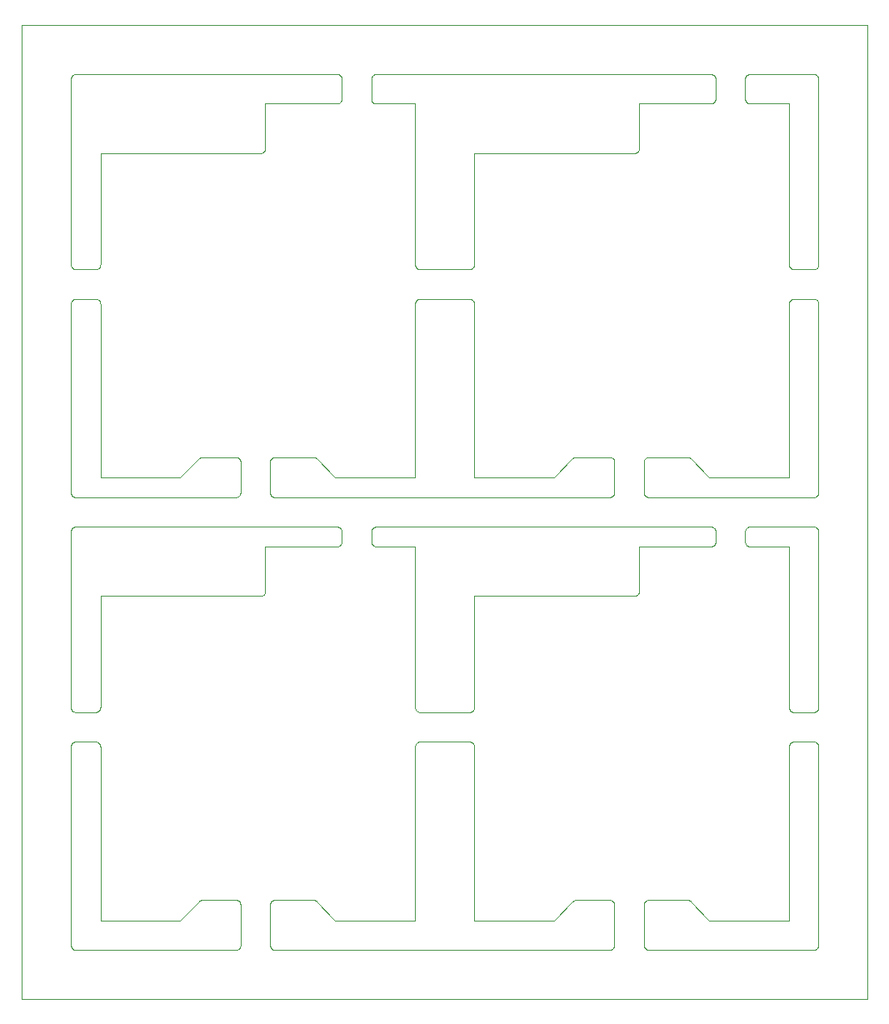
<source format=gm1>
G04 #@! TF.GenerationSoftware,KiCad,Pcbnew,9.0.3*
G04 #@! TF.CreationDate,2025-09-14T18:43:41+02:00*
G04 #@! TF.ProjectId,panel,70616e65-6c2e-46b6-9963-61645f706362,rev?*
G04 #@! TF.SameCoordinates,Original*
G04 #@! TF.FileFunction,Profile,NP*
%FSLAX46Y46*%
G04 Gerber Fmt 4.6, Leading zero omitted, Abs format (unit mm)*
G04 Created by KiCad (PCBNEW 9.0.3) date 2025-09-14 18:43:41*
%MOMM*%
%LPD*%
G01*
G04 APERTURE LIST*
G04 #@! TA.AperFunction,Profile*
%ADD10C,0.100000*%
G04 #@! TD*
G04 APERTURE END LIST*
D10*
X7736240Y-24779878D02*
X7714363Y-24790890D01*
X25296521Y-44179373D02*
X25308593Y-44158062D01*
X5182437Y-5113268D02*
X5201746Y-5098199D01*
X78089668Y-69654762D02*
X78074599Y-69635453D01*
X73642065Y-7836107D02*
X73626068Y-7817562D01*
X25240003Y-47548310D02*
X25238201Y-47523884D01*
X73626068Y-51180837D02*
X73642065Y-51162292D01*
X77985988Y-73238849D02*
X77991354Y-73214952D01*
X7714363Y-69789290D02*
X7691972Y-69799215D01*
X73843692Y-5029169D02*
X73866948Y-5021487D01*
X80905406Y-69594737D02*
X80892303Y-69615429D01*
X70013787Y-50998400D02*
X70038284Y-50999001D01*
X78378049Y-69827611D02*
X78354152Y-69822245D01*
X63511450Y-43963509D02*
X63533841Y-43953584D01*
X60112531Y-89096437D02*
X60127600Y-89115746D01*
X78450915Y-69836598D02*
X78426489Y-69834796D01*
X63284721Y-93733026D02*
X63273709Y-93711149D01*
X80954912Y-93642651D02*
X80947230Y-93665907D01*
X39993601Y-69411418D02*
X39990603Y-69387110D01*
X60196630Y-93665907D02*
X60187815Y-93688758D01*
X25401492Y-47869134D02*
X25383753Y-47852246D01*
X62345550Y-58018011D02*
X62321418Y-58022198D01*
X40152092Y-27968065D02*
X40170637Y-27952068D01*
X35810250Y-51046309D02*
X35832641Y-51036384D01*
X25259087Y-47644251D02*
X25252554Y-47620647D01*
X7645869Y-27860287D02*
X7669125Y-27867969D01*
X73610999Y-52796653D02*
X73596896Y-52776629D01*
X31871858Y-90996800D02*
X39982063Y-90996800D01*
X56130048Y-43965213D02*
X56152764Y-43954940D01*
X32074510Y-51000803D02*
X32098818Y-51003801D01*
X35999115Y-5000601D02*
X36023612Y-5000000D01*
X63724812Y-93996800D02*
X63700315Y-93996198D01*
X78074599Y-73038946D02*
X78089668Y-73019637D01*
X59775710Y-47995996D02*
X59751284Y-47997798D01*
X62545453Y-57929400D02*
X62525429Y-57943503D01*
X77976276Y-45997301D02*
X77976399Y-45992288D01*
X45985814Y-73287288D02*
X45987616Y-73311714D01*
X7836120Y-69707934D02*
X7817575Y-69723931D01*
X80690749Y-24790890D02*
X80668358Y-24800815D01*
X45786471Y-27936999D02*
X45805779Y-27952067D01*
X25237600Y-44414612D02*
X25238201Y-44390115D01*
X32360707Y-52869134D02*
X32342162Y-52885131D01*
X25545641Y-47960415D02*
X25523250Y-47950490D01*
X73513401Y-5474515D02*
X73515203Y-5450089D01*
X25639249Y-43925188D02*
X25663381Y-43921001D01*
X18056944Y-44017227D02*
X18077169Y-44002648D01*
X59751284Y-43916201D02*
X59775710Y-43918003D01*
X78262050Y-27886709D02*
X78284441Y-27876784D01*
X80905406Y-24596337D02*
X80892303Y-24617029D01*
X7929019Y-69594736D02*
X7915916Y-69615429D01*
X7901817Y-28040545D02*
X7915920Y-28060570D01*
X5098199Y-73038946D02*
X5113268Y-73019637D01*
X80847134Y-69673307D02*
X80830246Y-69691046D01*
X80976400Y-73336212D02*
X80976400Y-93497787D01*
X85976399Y-6111D02*
X85976276Y-1098D01*
X60079646Y-47852246D02*
X60061907Y-47869134D01*
X80812507Y-72966465D02*
X80830246Y-72983353D01*
X40296241Y-27876784D02*
X40319092Y-27867969D01*
X22237600Y-89413012D02*
X22237600Y-93497787D01*
X63556692Y-43944769D02*
X63579948Y-43937087D01*
X70062710Y-52995996D02*
X70038284Y-52997798D01*
X73776573Y-7941078D02*
X73755262Y-7929006D01*
X7525497Y-69836598D02*
X7501000Y-69837200D01*
X63284721Y-47734626D02*
X63273709Y-47712749D01*
X22228011Y-93595150D02*
X22222645Y-93619047D01*
X35832641Y-52960415D02*
X35810250Y-52950490D01*
X62744796Y-57577510D02*
X62741798Y-57601818D01*
X70038284Y-50999001D02*
X70062710Y-51000803D01*
X5242462Y-27909793D02*
X5263773Y-27897721D01*
X40342348Y-24817312D02*
X40319092Y-24809630D01*
X40086399Y-69635453D02*
X40072296Y-69615429D01*
X80966811Y-24437150D02*
X80961445Y-24461047D01*
X25266769Y-47667507D02*
X25259087Y-47644251D01*
X32282137Y-52927406D02*
X32260826Y-52939478D01*
X56065369Y-89001048D02*
X56086296Y-88987497D01*
X78240173Y-72896121D02*
X78262050Y-72885109D01*
X31861262Y-45993924D02*
X31865384Y-45997969D01*
X40009687Y-73191348D02*
X40017369Y-73168092D01*
X80863131Y-47815962D02*
X80847134Y-47834507D01*
X45959043Y-69506307D02*
X45950228Y-69529158D01*
X63389692Y-44044865D02*
X63408237Y-44028868D01*
X7999416Y-28313314D02*
X8000017Y-28337811D01*
X45987611Y-24364284D02*
X45985809Y-24388709D01*
X45657321Y-24809630D02*
X45634065Y-24817312D01*
X45766446Y-72921296D02*
X45786471Y-72935399D01*
X5014954Y-47620647D02*
X5009588Y-47596750D01*
X35527003Y-5450089D02*
X35530001Y-5425781D01*
X80973996Y-51448489D02*
X80975798Y-51472915D01*
X63700315Y-43916201D02*
X63724812Y-43915600D01*
X5201746Y-69739000D02*
X5182437Y-69723931D01*
X80712626Y-24779878D02*
X80690749Y-24790890D01*
X40251973Y-24779878D02*
X40230662Y-24767806D01*
X78402181Y-69831798D02*
X78378049Y-69827611D01*
X80598647Y-69822245D02*
X80574750Y-69827611D01*
X5014954Y-73214952D02*
X5021487Y-73191348D01*
X60204312Y-93642651D02*
X60196630Y-93665907D01*
X45988200Y-13035336D02*
X45988213Y-24339787D01*
X80892303Y-47776629D02*
X80878200Y-47796653D01*
X5005401Y-5425781D02*
X5009588Y-5401649D01*
X35524600Y-52499387D02*
X35524600Y-51497412D01*
X78284441Y-24800815D02*
X78262050Y-24790890D01*
X63235388Y-44317249D02*
X63240754Y-44293352D01*
X18141848Y-43965213D02*
X18164564Y-43954940D01*
X29993853Y-89065711D02*
X31861244Y-90992306D01*
X78426489Y-69834796D02*
X78402181Y-69831798D01*
X40462715Y-27839401D02*
X40487212Y-27838800D01*
X80812507Y-27968065D02*
X80830246Y-27984953D01*
X63309896Y-93775029D02*
X63296793Y-93754337D01*
X21995137Y-43986593D02*
X22015829Y-43999696D01*
X40413981Y-69831798D02*
X40389849Y-69827611D01*
X32523998Y-7525484D02*
X32522196Y-7549910D01*
X40342348Y-27860287D02*
X40365952Y-27853754D01*
X5000601Y-24364284D02*
X5000000Y-24339787D01*
X21835950Y-88923588D02*
X21859847Y-88928954D01*
X16127354Y-90992321D02*
X18000976Y-89065166D01*
X80961445Y-28216552D02*
X80966811Y-28240449D01*
X62718030Y-57696707D02*
X62709215Y-57719558D01*
X7999411Y-69362684D02*
X7997609Y-69387109D01*
X80947230Y-47667507D02*
X80938415Y-47690358D01*
X60112531Y-93814362D02*
X60096534Y-93832907D01*
X78035321Y-69573426D02*
X78024309Y-69551549D01*
X80970998Y-69411418D02*
X80966811Y-69435550D01*
X80954912Y-5354148D02*
X80961445Y-5377752D01*
X21787510Y-43918003D02*
X21811818Y-43921001D01*
X32342162Y-51111668D02*
X32360707Y-51127665D01*
X25687689Y-43918003D02*
X25712115Y-43916201D01*
X35534188Y-51400049D02*
X35539554Y-51376152D01*
X56025674Y-89031198D02*
X56045144Y-89015627D01*
X5182437Y-24725531D02*
X5163892Y-24709534D01*
X80733937Y-5070993D02*
X80754629Y-5084096D01*
X5098199Y-51200146D02*
X5113268Y-51180837D01*
X22153503Y-47776629D02*
X22139400Y-47796653D01*
X35527003Y-52548310D02*
X35525201Y-52523884D01*
X18077169Y-89001048D02*
X18098096Y-88987497D01*
X40170637Y-24725531D02*
X40152092Y-24709534D01*
X35637868Y-51180837D02*
X35653865Y-51162292D01*
X32395334Y-7836107D02*
X32378446Y-7853846D01*
X16116778Y-90996799D02*
X16122541Y-90996655D01*
X24516537Y-12958206D02*
X24495226Y-12970278D01*
X45538123Y-69834796D02*
X45513697Y-69836598D01*
X73987315Y-50999001D02*
X74011812Y-50998400D01*
X63468262Y-93925806D02*
X63447570Y-93912703D01*
X62617934Y-12865307D02*
X62601046Y-12883046D01*
X7836120Y-24709534D02*
X7817575Y-24725531D01*
X22124331Y-47815962D02*
X22108334Y-47834507D01*
X63231201Y-93571018D02*
X63228203Y-93546710D01*
X70503211Y-7598350D02*
X70497845Y-7622247D01*
X7817575Y-69723931D02*
X7798266Y-69739000D01*
X80975798Y-5474515D02*
X80976400Y-5499012D01*
X67926047Y-44017600D02*
X67945535Y-44033225D01*
X73676692Y-52869134D02*
X73658953Y-52852246D01*
X73776573Y-51057321D02*
X73798450Y-51046309D01*
X73541969Y-7669107D02*
X73534287Y-7645851D01*
X25259087Y-89268148D02*
X25266769Y-89244892D01*
X40059193Y-24596337D02*
X40047121Y-24575026D01*
X7985062Y-28216552D02*
X7990429Y-28240449D01*
X59962026Y-93937878D02*
X59940149Y-93948890D01*
X63408237Y-93883531D02*
X63389692Y-93867534D01*
X70441806Y-5242462D02*
X70453878Y-5263773D01*
X80970998Y-47572618D02*
X80966811Y-47596750D01*
X45988323Y-13030298D02*
X45988200Y-13035311D01*
X22166606Y-93754337D02*
X22153503Y-93775029D01*
X73550784Y-5308041D02*
X73560709Y-5285650D01*
X78074599Y-24637053D02*
X78060496Y-24617029D01*
X45904120Y-28060570D02*
X45917223Y-28081262D01*
X80668358Y-5037984D02*
X80690749Y-5047909D01*
X80622251Y-47976912D02*
X80598647Y-47983445D01*
X77976400Y-69338187D02*
X77976400Y-53004536D01*
X32050084Y-5000601D02*
X32074510Y-5002403D01*
X5037984Y-5308041D02*
X5047909Y-5285650D01*
X24645731Y-57845162D02*
X24629734Y-57863707D01*
X73583793Y-52755937D02*
X73571721Y-52734626D01*
X35902352Y-5014954D02*
X35926249Y-5009588D01*
X5499012Y-5000000D02*
X32025587Y-5000000D01*
X32170451Y-5021487D02*
X32193707Y-5029169D01*
X22108334Y-89077892D02*
X22124331Y-89096437D01*
X7853859Y-69691045D02*
X7836120Y-69707934D01*
X45904116Y-69615429D02*
X45890013Y-69635453D01*
X40462715Y-69836598D02*
X40438289Y-69834796D01*
X45786466Y-69739000D02*
X45766442Y-69753102D01*
X123Y-1098D02*
X0Y-6111D01*
X78047393Y-73079662D02*
X78060496Y-73058970D01*
X7836125Y-72966465D02*
X7853863Y-72983353D01*
X45959043Y-24507907D02*
X45950228Y-24530758D01*
X60043362Y-89027268D02*
X60061907Y-89043265D01*
X80574750Y-27848388D02*
X80598647Y-27853754D01*
X7714367Y-72885109D02*
X7736244Y-72896121D01*
X35832641Y-7962015D02*
X35810250Y-7952090D01*
X69860058Y-90996800D02*
X77970263Y-90996800D01*
X63533841Y-43953584D02*
X63556692Y-43944769D01*
X70038284Y-52997798D02*
X70013787Y-52998400D01*
X5354148Y-72858687D02*
X5377752Y-72852154D01*
X73522388Y-51400049D02*
X73527754Y-51376152D01*
X80550618Y-47992998D02*
X80526310Y-47995996D01*
X80526310Y-5002403D02*
X80550618Y-5005401D01*
X59940149Y-88961909D02*
X59962026Y-88972921D01*
X32025587Y-52998400D02*
X24765136Y-52998400D01*
X80863131Y-5182437D02*
X80878200Y-5201746D01*
X32098818Y-52992998D02*
X32074510Y-52995996D01*
X73776573Y-52939478D02*
X73755262Y-52927406D01*
X80917478Y-47734626D02*
X80905406Y-47755937D01*
X62369447Y-58012645D02*
X62345550Y-58018011D01*
X7525502Y-72837801D02*
X7549928Y-72839603D01*
X5285650Y-5047909D02*
X5308041Y-5037984D01*
X77997887Y-73191348D02*
X78005569Y-73168092D01*
X60154806Y-89156462D02*
X60166878Y-89177773D01*
X35707037Y-5113268D02*
X35726346Y-5098199D01*
X73820841Y-7962015D02*
X73798450Y-7952090D01*
X70181907Y-7970830D02*
X70158651Y-7978512D01*
X39982088Y-90996799D02*
X39987101Y-90996676D01*
X32523998Y-52523884D02*
X32522196Y-52548310D01*
X35546087Y-52644251D02*
X35539554Y-52620647D01*
X78402181Y-24833398D02*
X78378049Y-24829211D01*
X7574231Y-24833398D02*
X7549923Y-24836396D01*
X32098818Y-5005401D02*
X32122950Y-5009588D01*
X7669125Y-27867969D02*
X7691976Y-27876784D01*
X6111Y0D02*
X1098Y-123D01*
X59917758Y-93958815D02*
X59894907Y-93967630D01*
X56152764Y-88953340D02*
X56175965Y-88944214D01*
X56107874Y-43976609D02*
X56130048Y-43965213D01*
X73695237Y-5113268D02*
X73714546Y-5098199D01*
X63675889Y-88916403D02*
X63700315Y-88914601D01*
X80598647Y-24823845D02*
X80574750Y-24829211D01*
X24749411Y-12627550D02*
X24744045Y-12651447D01*
X35553769Y-5330892D02*
X35562584Y-5308041D01*
X60154806Y-93754337D02*
X60141703Y-93775029D01*
X59800018Y-93991398D02*
X59775710Y-93994396D01*
X67795047Y-43945928D02*
X67818286Y-43955088D01*
X45904120Y-73058970D02*
X45917223Y-73079662D01*
X39982088Y-45998399D02*
X39987101Y-45998276D01*
X32170451Y-52976912D02*
X32146847Y-52983445D01*
X70348907Y-52869134D02*
X70330362Y-52885131D01*
X5499012Y-50998400D02*
X32025587Y-50998400D01*
X35688492Y-52869134D02*
X35670753Y-52852246D01*
X78475412Y-72837200D02*
X80477387Y-72837200D01*
X63228203Y-93546710D02*
X63226401Y-93522284D01*
X45858947Y-69673307D02*
X45842059Y-69691045D01*
X85976400Y-98990663D02*
X85976400Y-6136D01*
X7952107Y-73122849D02*
X7962033Y-73145240D01*
X32216558Y-51036384D02*
X32238949Y-51046309D01*
X45987616Y-73311714D02*
X45988217Y-73336211D01*
X78005569Y-73168092D02*
X78014384Y-73145241D01*
X40413981Y-72842601D02*
X40438289Y-72839603D01*
X22091446Y-93850646D02*
X22073707Y-93867534D01*
X7798266Y-24740600D02*
X7778242Y-24754702D01*
X5098199Y-69635453D02*
X5084096Y-69615429D01*
X35608696Y-5221770D02*
X35622799Y-5201746D01*
X40170637Y-69723931D02*
X40152092Y-69707934D01*
X78005569Y-24507907D02*
X77997887Y-24484651D01*
X22166606Y-44158062D02*
X22178678Y-44179373D01*
X31871858Y-45998400D02*
X39982063Y-45998400D01*
X7999416Y-73311714D02*
X8000017Y-73336211D01*
X24428107Y-13000030D02*
X24404851Y-13007712D01*
X25687689Y-47995996D02*
X25663381Y-47992998D01*
X32486615Y-5308041D02*
X32495430Y-5330892D01*
X45657325Y-72866369D02*
X45680176Y-72875184D01*
X25523250Y-43963509D02*
X25545641Y-43953584D01*
X80878200Y-93795053D02*
X80863131Y-93814362D01*
X35539554Y-52620647D02*
X35534188Y-52596750D01*
X24516537Y-57956606D02*
X24495226Y-57968678D01*
X63724812Y-47998400D02*
X63700315Y-47997798D01*
X5242462Y-93925806D02*
X5221770Y-93912703D01*
X73734570Y-7915903D02*
X73714546Y-7901800D01*
X80954912Y-73191348D02*
X80961445Y-73214952D01*
X40365952Y-24823845D02*
X40342348Y-24817312D01*
X18119674Y-43976609D02*
X18141848Y-43965213D01*
X5029169Y-5330892D02*
X5037984Y-5308041D01*
X39988200Y-45992263D02*
X39988200Y-28337812D01*
X7886745Y-69654761D02*
X7870747Y-69673307D01*
X25568492Y-43944769D02*
X25591748Y-43937087D01*
X25420037Y-44028868D02*
X25439346Y-44013799D01*
X67982053Y-89065711D02*
X69849444Y-90992306D01*
X32515011Y-5401649D02*
X32519198Y-5425781D01*
X78024309Y-69551549D02*
X78014384Y-69529158D01*
X70503211Y-52596750D02*
X70497845Y-52620647D01*
X25383753Y-47852246D02*
X25366865Y-47834507D01*
X73798450Y-51046309D02*
X73820841Y-51036384D01*
X80812507Y-51127665D02*
X80830246Y-51144553D01*
X22235196Y-47548310D02*
X22232198Y-47572618D01*
X63447570Y-88998096D02*
X63468262Y-88984993D01*
X5450089Y-93994396D02*
X5425781Y-93991398D01*
X67722994Y-88923971D02*
X67747342Y-88929551D01*
X7886749Y-73019637D02*
X7901817Y-73038945D01*
X5058921Y-5263773D02*
X5070993Y-5242462D01*
X5021487Y-47644251D02*
X5014954Y-47620647D01*
X70013787Y-52998400D02*
X62753336Y-52998400D01*
X78060496Y-24617029D02*
X78047393Y-24596337D01*
X24308910Y-58025196D02*
X24284484Y-58026998D01*
X60166878Y-47734626D02*
X60154806Y-47755937D01*
X67964216Y-44049807D02*
X67982053Y-44067311D01*
X40296241Y-72875184D02*
X40319092Y-72866369D01*
X32360707Y-51127665D02*
X32378446Y-51144553D01*
X32170451Y-51019887D02*
X32193707Y-51027569D01*
X78426489Y-72839603D02*
X78450915Y-72837801D01*
X7798271Y-72935399D02*
X7817579Y-72950467D01*
X63231201Y-44341381D02*
X63235388Y-44317249D01*
X59726787Y-43915600D02*
X59751284Y-43916201D01*
X7994611Y-24413017D02*
X7990424Y-24437149D01*
X60096534Y-47834507D02*
X60079646Y-47852246D01*
X45586567Y-27848388D02*
X45610464Y-27853754D01*
X7817575Y-24725531D02*
X7798266Y-24740600D01*
X5450089Y-27841203D02*
X5474515Y-27839401D01*
X78198170Y-24754703D02*
X78178146Y-24740600D01*
X62416307Y-57998430D02*
X62393051Y-58006112D01*
X73866948Y-52976912D02*
X73843692Y-52969230D01*
X40072296Y-28060570D02*
X40086399Y-28040546D01*
X70399531Y-7817562D02*
X70383534Y-7836107D01*
X32395334Y-52834507D02*
X32378446Y-52852246D01*
X21883451Y-93975312D02*
X21859847Y-93981845D01*
X8006111Y-58027600D02*
X8001098Y-58027723D01*
X80970998Y-24413018D02*
X80966811Y-24437150D01*
X62601046Y-57881446D02*
X62583307Y-57898334D01*
X32282137Y-7929006D02*
X32260826Y-7941078D01*
X35530001Y-5425781D02*
X35534188Y-5401649D01*
X70366646Y-5146153D02*
X70383534Y-5163892D01*
X25615352Y-93981845D02*
X25591748Y-93975312D01*
X8000038Y-90990688D02*
X8000161Y-90995701D01*
X80645507Y-24809630D02*
X80622251Y-24817312D01*
X77977001Y-24364284D02*
X77976400Y-24339787D01*
X25591748Y-88935487D02*
X25615352Y-88928954D01*
X80812507Y-93867534D02*
X80793962Y-93883531D01*
X5058921Y-28102573D02*
X5070993Y-28081262D01*
X59894907Y-47969230D02*
X59871651Y-47976912D01*
X7778242Y-24754702D02*
X7757550Y-24767806D01*
X5182437Y-93883531D02*
X5163892Y-93867534D01*
X8000013Y-69338187D02*
X7999411Y-69362684D01*
X69849462Y-90992324D02*
X69853584Y-90996369D01*
X5499012Y-47998400D02*
X5474515Y-47997798D01*
X40047121Y-24575026D02*
X40036109Y-24553149D01*
X70428703Y-52776629D02*
X70414600Y-52796653D01*
X40009687Y-24484651D02*
X40003154Y-24461047D01*
X63355065Y-93832907D02*
X63339068Y-93814362D01*
X7962028Y-24530758D02*
X7952103Y-24553149D01*
X80733937Y-27909793D02*
X80754629Y-27922896D01*
X70503211Y-51400049D02*
X70507398Y-51424181D01*
X21929558Y-47960415D02*
X21906707Y-47969230D01*
X40389849Y-27848388D02*
X40413981Y-27844201D01*
X5047909Y-5285650D02*
X5058921Y-5263773D01*
X62272684Y-58026998D02*
X62248187Y-58027600D01*
X5377752Y-93981845D02*
X5354148Y-93975312D01*
X56297180Y-43918090D02*
X56322041Y-43916223D01*
X32122950Y-7990411D02*
X32098818Y-7994598D01*
X21787510Y-88916403D02*
X21811818Y-88919401D01*
X70087018Y-5005401D02*
X70111150Y-5009588D01*
X21859847Y-93981845D02*
X21835950Y-93987211D01*
X60225800Y-47499387D02*
X60225198Y-47523884D01*
X70111150Y-51007988D02*
X70135047Y-51013354D01*
X80690749Y-5047909D02*
X80712626Y-5058921D01*
X7941095Y-73100972D02*
X7952107Y-73122849D01*
X8001136Y-45998276D02*
X8006149Y-45998399D01*
X5070993Y-69594737D02*
X5058921Y-69573426D01*
X45610464Y-72852154D02*
X45634069Y-72858687D01*
X5002403Y-51448489D02*
X5005401Y-51424181D01*
X24428107Y-57998430D02*
X24404851Y-58006112D01*
X59983337Y-43986593D02*
X60004029Y-43999696D01*
X63675889Y-43918003D02*
X63700315Y-43916201D01*
X60223396Y-47548310D02*
X60220398Y-47572618D01*
X80774653Y-27936999D02*
X80793962Y-27952068D01*
X22073707Y-44044865D02*
X22091446Y-44061753D01*
X60154806Y-47755937D02*
X60141703Y-47776629D01*
X5425781Y-51003801D02*
X5450089Y-51000803D01*
X63323999Y-44117346D02*
X63339068Y-44098037D01*
X85975301Y-123D02*
X85970288Y0D01*
X5242462Y-51069393D02*
X5263773Y-51057321D01*
X67841037Y-43965399D02*
X67863243Y-43976836D01*
X5285650Y-24790890D02*
X5263773Y-24779878D01*
X80976400Y-24339787D02*
X80975798Y-24364284D01*
X25247188Y-89315649D02*
X25252554Y-89291752D01*
X7978526Y-69483051D02*
X7970843Y-69506307D01*
X7985058Y-24461046D02*
X7978526Y-24484651D01*
X5021487Y-73191348D02*
X5029169Y-73168092D01*
X7714363Y-24790890D02*
X7691972Y-24800815D01*
X63579948Y-88935487D02*
X63603552Y-88928954D01*
X80830246Y-51144553D02*
X80847134Y-51162292D01*
X5000000Y-47499387D02*
X5000000Y-28337812D01*
X25687689Y-88916403D02*
X25712115Y-88914601D01*
X32122950Y-51007988D02*
X32146847Y-51013354D01*
X5285650Y-47950490D02*
X5263773Y-47939478D01*
X35902352Y-7985045D02*
X35878748Y-7978512D01*
X40413981Y-27844201D02*
X40438289Y-27841203D01*
X25523250Y-88961909D02*
X25545641Y-88951984D01*
X29852837Y-43965399D02*
X29875043Y-43976836D01*
X35707037Y-7886731D02*
X35688492Y-7870734D01*
X67747342Y-43931151D02*
X67771380Y-43937942D01*
X25663381Y-43921001D02*
X25687689Y-43918003D01*
X45657325Y-27867969D02*
X45680176Y-27876784D01*
X25285509Y-93711149D02*
X25275584Y-93688758D01*
X62744796Y-12579110D02*
X62741798Y-12603418D01*
X5098199Y-28040546D02*
X5113268Y-28021237D01*
X63339068Y-47815962D02*
X63323999Y-47796653D01*
X80973996Y-69387110D02*
X80970998Y-69411418D01*
X5002403Y-73287289D02*
X5005401Y-73262981D01*
X25335799Y-47796653D02*
X25321696Y-47776629D01*
X80975798Y-47523884D02*
X80973996Y-47548310D01*
X24357350Y-13019611D02*
X24333218Y-13023798D01*
X35950381Y-5005401D02*
X35974689Y-5002403D01*
X35726346Y-7901800D02*
X35707037Y-7886731D01*
X5084096Y-73058970D02*
X5098199Y-73038946D01*
X73596896Y-51220170D02*
X73610999Y-51200146D01*
X39988801Y-24364284D02*
X39988200Y-24339787D01*
X70013787Y-5000000D02*
X70038284Y-5000601D01*
X70181907Y-52969230D02*
X70158651Y-52976912D01*
X7994616Y-73262981D02*
X7997614Y-73287288D01*
X5113268Y-47815962D02*
X5098199Y-47796653D01*
X73515203Y-5450089D02*
X73518201Y-5425781D01*
X45973262Y-28216552D02*
X45978629Y-28240449D01*
X80830246Y-93850646D02*
X80812507Y-93867534D01*
X5285650Y-72885109D02*
X5308041Y-72875184D01*
X63240754Y-47620647D02*
X63235388Y-47596750D01*
X24753598Y-12603418D02*
X24749411Y-12627550D01*
X73755262Y-52927406D02*
X73734570Y-52914303D01*
X35746370Y-52914303D02*
X35726346Y-52900200D01*
X5401649Y-5009588D02*
X5425781Y-5005401D01*
X80973996Y-24388710D02*
X80970998Y-24413018D01*
X56247892Y-43925534D02*
X56272443Y-43921196D01*
X67698398Y-88919617D02*
X67722994Y-88923971D01*
X21951949Y-43963509D02*
X21973826Y-43974521D01*
X78240173Y-27897721D02*
X78262050Y-27886709D01*
X63389692Y-47869134D02*
X63371953Y-47852246D01*
X73938581Y-7994598D02*
X73914449Y-7990411D01*
X80574750Y-69827611D02*
X80550618Y-69831798D01*
X80975798Y-28313315D02*
X80976400Y-28337812D01*
X67818286Y-43955088D02*
X67841037Y-43965399D01*
X32411331Y-52815962D02*
X32395334Y-52834507D01*
X18358777Y-43915600D02*
X21738587Y-43915600D01*
X22091446Y-44061753D02*
X22108334Y-44079492D01*
X8000123Y-13030298D02*
X8000000Y-13035311D01*
X22228011Y-44317249D02*
X22232198Y-44341381D01*
X5201746Y-51096599D02*
X5221770Y-51082496D01*
X5009588Y-69435550D02*
X5005401Y-69411418D01*
X40036109Y-24553149D02*
X40026184Y-24530758D01*
X35974689Y-5002403D02*
X35999115Y-5000601D01*
X70428703Y-7778229D02*
X70414600Y-7798253D01*
X80878200Y-51200146D02*
X80892303Y-51220170D01*
X32486615Y-52690358D02*
X32476690Y-52712749D01*
X22091446Y-89060153D02*
X22108334Y-89077892D01*
X35572509Y-52712749D02*
X35562584Y-52690358D01*
X80973996Y-93546710D02*
X80970998Y-93571018D01*
X45745750Y-69766206D02*
X45724440Y-69778278D01*
X22228011Y-47596750D02*
X22222645Y-47620647D01*
X22153503Y-93775029D02*
X22139400Y-93795053D01*
X5000000Y-69338187D02*
X5000000Y-51497412D01*
X77976399Y-53004511D02*
X77976276Y-52999498D01*
X24765111Y-52998400D02*
X24760098Y-52998523D01*
X32509645Y-51376152D02*
X32515011Y-51400049D01*
X18333841Y-43916223D02*
X18358777Y-43915600D01*
X22108334Y-47834507D02*
X22091446Y-47852246D01*
X25275584Y-89222041D02*
X25285509Y-89199650D01*
X7736244Y-27897721D02*
X7757554Y-27909793D01*
X22189690Y-44201250D02*
X22199615Y-44223641D01*
X35688492Y-51127665D02*
X35707037Y-51111668D01*
X80526310Y-27841203D02*
X80550618Y-27844201D01*
X45680176Y-72875184D02*
X45702567Y-72885109D01*
X35767062Y-7929006D02*
X35746370Y-7915903D01*
X70330362Y-5113268D02*
X70348907Y-5129265D01*
X32238949Y-7952090D02*
X32216558Y-7962015D01*
X25459370Y-47914303D02*
X25439346Y-47900200D01*
X63247287Y-89268148D02*
X63254969Y-89244892D01*
X60004029Y-43999696D02*
X60024053Y-44013799D01*
X35767062Y-52927406D02*
X35746370Y-52914303D01*
X80622251Y-69815712D02*
X80598647Y-69822245D01*
X22222645Y-93619047D02*
X22216112Y-93642651D01*
X80938415Y-69529158D02*
X80928490Y-69551549D01*
X45724440Y-24779878D02*
X45702563Y-24790890D01*
X5098199Y-93795053D02*
X5084096Y-93775029D01*
X45929291Y-24575026D02*
X45917219Y-24596336D01*
X74011812Y-50998400D02*
X80477387Y-50998400D01*
X78284441Y-72875184D02*
X78307292Y-72866369D01*
X40273850Y-72885109D02*
X40296241Y-72875184D01*
X73541969Y-51329292D02*
X73550784Y-51306441D01*
X5263773Y-69778278D02*
X5242462Y-69766206D01*
X62649000Y-57825853D02*
X62633931Y-57845162D01*
X73676692Y-7870734D02*
X73658953Y-7853846D01*
X18000976Y-44066766D02*
X18018805Y-44049322D01*
X1098Y-98996676D02*
X6111Y-98996799D01*
X16123216Y-90996370D02*
X16127336Y-90992339D01*
X5002403Y-28288889D02*
X5005401Y-28264581D01*
X62741798Y-12603418D02*
X62737611Y-12627550D01*
X32522196Y-5450089D02*
X32523998Y-5474515D01*
X35810250Y-52950490D02*
X35788373Y-52939478D01*
X55989176Y-89065166D02*
X56007005Y-89047722D01*
X5201746Y-93898600D02*
X5182437Y-93883531D01*
X60216211Y-44317249D02*
X60220398Y-44341381D01*
X70111150Y-7990411D02*
X70087018Y-7994598D01*
X25275584Y-93688758D02*
X25266769Y-93665907D01*
X60216211Y-93595150D02*
X60210845Y-93619047D01*
X5474515Y-24838198D02*
X5450089Y-24836396D01*
X63309896Y-89135770D02*
X63323999Y-89115746D01*
X32260826Y-52939478D02*
X32238949Y-52950490D01*
X60204312Y-44269748D02*
X60210845Y-44293352D01*
X5146153Y-93850646D02*
X5129265Y-93832907D01*
X21738587Y-47998400D02*
X5499012Y-47998400D01*
X24537229Y-57943503D02*
X24516537Y-57956606D01*
X67863243Y-88975236D02*
X67884850Y-88987770D01*
X7999411Y-24364284D02*
X7997609Y-24388709D01*
X70510396Y-51448489D02*
X70512198Y-51472915D01*
X32426400Y-7798253D02*
X32411331Y-7817562D01*
X35530001Y-52572618D02*
X35527003Y-52548310D01*
X78158837Y-27952068D02*
X78178146Y-27936999D01*
X5401649Y-93987211D02*
X5377752Y-93981845D01*
X7574236Y-72842601D02*
X7598367Y-72846788D01*
X63651581Y-88919401D02*
X63675889Y-88916403D01*
X22124331Y-89096437D02*
X22139400Y-89115746D01*
X56322041Y-88914623D02*
X56346977Y-88914000D01*
X70441806Y-7757537D02*
X70428703Y-7778229D01*
X80976400Y-93497787D02*
X80975798Y-93522284D01*
X63225800Y-47499387D02*
X63225800Y-44414612D01*
X25439346Y-47900200D02*
X25420037Y-47885131D01*
X22232198Y-89339781D02*
X22235196Y-89364089D01*
X40487212Y-24838800D02*
X40462715Y-24838198D01*
X70311053Y-52900200D02*
X70291029Y-52914303D01*
X77991354Y-24461047D02*
X77985988Y-24437150D01*
X80970998Y-73262981D02*
X80973996Y-73287289D01*
X40009687Y-28192948D02*
X40017369Y-28169692D01*
X73962889Y-5002403D02*
X73987315Y-5000601D01*
X39987101Y-52998523D02*
X39982088Y-52998400D01*
X77976400Y-28337812D02*
X77977001Y-28313315D01*
X67623723Y-43915600D02*
X67648707Y-43916225D01*
X59726787Y-88914000D02*
X59751284Y-88914601D01*
X29660507Y-88914625D02*
X29685415Y-88916499D01*
X80477387Y-5000000D02*
X80501884Y-5000601D01*
X80973996Y-47548310D02*
X80970998Y-47572618D01*
X5308041Y-93958815D02*
X5285650Y-93948890D01*
X40059193Y-28081262D02*
X40072296Y-28060570D01*
X5450089Y-72839603D02*
X5474515Y-72837801D01*
X78307292Y-27867969D02*
X78330548Y-27860287D01*
X7915916Y-69615429D02*
X7901813Y-69635453D01*
X63533841Y-47960415D02*
X63511450Y-47950490D01*
X45988213Y-24339787D02*
X45987611Y-24364284D01*
X18211393Y-88936258D02*
X18235389Y-88929493D01*
X5425781Y-69831798D02*
X5401649Y-69827611D01*
X45940307Y-73122849D02*
X45950233Y-73145240D01*
X21906707Y-88943169D02*
X21929558Y-88951984D01*
X73515203Y-52548310D02*
X73513401Y-52523884D01*
X54104978Y-90996799D02*
X54110741Y-90996655D01*
X63235388Y-93595150D02*
X63231201Y-93571018D01*
X70399531Y-5182437D02*
X70414600Y-5201746D01*
X45586567Y-72846788D02*
X45610464Y-72852154D01*
X80917478Y-28102573D02*
X80928490Y-28124450D01*
X35637868Y-7817562D02*
X35622799Y-7798253D01*
X35534188Y-7598350D02*
X35530001Y-7574218D01*
X78178146Y-24740600D02*
X78158837Y-24725531D01*
X78122553Y-72983353D02*
X78140292Y-72966465D01*
X59751284Y-88914601D02*
X59775710Y-88916403D01*
X22236998Y-89388515D02*
X22237600Y-89413012D01*
X32495430Y-7669107D02*
X32486615Y-7691958D01*
X73515203Y-7549910D02*
X73513401Y-7525484D01*
X32465678Y-7736226D02*
X32453606Y-7757537D01*
X56086296Y-88987497D02*
X56107874Y-88975009D01*
X40003154Y-73214952D02*
X40009687Y-73191348D01*
X80878200Y-73038946D02*
X80892303Y-73058970D01*
X40438289Y-24836396D02*
X40413981Y-24833398D01*
X32522196Y-51448489D02*
X32523998Y-51472915D01*
X5000601Y-28313315D02*
X5002403Y-28288889D01*
X77991354Y-28216552D02*
X77997887Y-28192948D01*
X80961445Y-51376152D02*
X80966811Y-51400049D01*
X25366865Y-93832907D02*
X25350868Y-93814362D01*
X59940149Y-43963509D02*
X59962026Y-43974521D01*
X45702563Y-24790890D02*
X45680172Y-24800815D01*
X22232198Y-93571018D02*
X22228011Y-93595150D01*
X78218862Y-72908193D02*
X78240173Y-72896121D01*
X5029169Y-93665907D02*
X5021487Y-93642651D01*
X63263784Y-47690358D02*
X63254969Y-47667507D01*
X21763084Y-47997798D02*
X21738587Y-47998400D01*
X32193707Y-51027569D02*
X32216558Y-51036384D01*
X80526310Y-24836396D02*
X80501884Y-24838198D01*
X35527003Y-7549910D02*
X35525201Y-7525484D01*
X80793962Y-27952068D02*
X80812507Y-27968065D01*
X45950228Y-24530758D02*
X45940303Y-24553149D01*
X7574231Y-69831798D02*
X7549923Y-69834796D01*
X35653865Y-52834507D02*
X35637868Y-52815962D01*
X73534287Y-7645851D02*
X73527754Y-7622247D01*
X7985058Y-69459446D02*
X7978526Y-69483051D01*
X39997788Y-73238849D02*
X40003154Y-73214952D01*
X35546087Y-7645851D02*
X35539554Y-7622247D01*
X77978803Y-28288889D02*
X77981801Y-28264581D01*
X7622260Y-24823845D02*
X7598363Y-24829211D01*
X67841037Y-88963799D02*
X67863243Y-88975236D01*
X24660800Y-57825853D02*
X24645731Y-57845162D01*
X70227149Y-7952090D02*
X70204758Y-7962015D01*
X24721015Y-57719558D02*
X24711090Y-57741949D01*
X39988200Y-28337812D02*
X39988801Y-28313315D01*
X5163892Y-5129265D02*
X5182437Y-5113268D01*
X8000013Y-24339787D02*
X7999411Y-24364284D01*
X22055162Y-89027268D02*
X22073707Y-89043265D01*
X78140292Y-24709534D02*
X78122553Y-24692646D01*
X67648707Y-43916225D02*
X67673615Y-43918099D01*
X62741798Y-57601818D02*
X62737611Y-57625950D01*
X25296521Y-89177773D02*
X25308593Y-89156462D01*
X5354148Y-93975312D02*
X5330892Y-93967630D01*
X63226401Y-44390115D02*
X63228203Y-44365689D01*
X78218862Y-69766206D02*
X78198170Y-69753103D01*
X70227149Y-51046309D02*
X70249026Y-51057321D01*
X25275584Y-44223641D02*
X25285509Y-44201250D01*
X80961445Y-24461047D02*
X80954912Y-24484651D01*
X63355065Y-44079492D02*
X63371953Y-44061753D01*
X5005401Y-47572618D02*
X5002403Y-47548310D01*
X25237600Y-47499387D02*
X25237600Y-44414612D01*
X5129265Y-47834507D02*
X5113268Y-47815962D01*
X60187815Y-47690358D02*
X60177890Y-47712749D01*
X45988323Y-58028698D02*
X45988200Y-58033711D01*
X70291029Y-52914303D02*
X70270337Y-52927406D01*
X5047909Y-69551549D02*
X5037984Y-69529158D01*
X63408237Y-89027268D02*
X63427546Y-89012199D01*
X5000000Y-73336212D02*
X5000601Y-73311715D01*
X73914449Y-5009588D02*
X73938581Y-5005401D01*
X40101468Y-24656362D02*
X40086399Y-24637053D01*
X21951949Y-47950490D02*
X21929558Y-47960415D01*
X73798450Y-7952090D02*
X73776573Y-7941078D01*
X29937847Y-44017600D02*
X29957335Y-44033225D01*
X21929558Y-43953584D02*
X21951949Y-43963509D01*
X39997788Y-28240449D02*
X40003154Y-28216552D01*
X25321696Y-47776629D02*
X25308593Y-47755937D01*
X80668358Y-51036384D02*
X80690749Y-51046309D01*
X32395334Y-5163892D02*
X32411331Y-5182437D01*
X32146847Y-5014954D02*
X32170451Y-5021487D01*
X73518201Y-51424181D02*
X73522388Y-51400049D01*
X5000000Y-24339787D02*
X5000000Y-5499012D01*
X70330362Y-7886731D02*
X70311053Y-7901800D01*
X25401492Y-44044865D02*
X25420037Y-44028868D01*
X21973826Y-47939478D02*
X21951949Y-47950490D01*
X5221770Y-24754703D02*
X5201746Y-24740600D01*
X62461549Y-57979690D02*
X62439158Y-57989615D01*
X56152764Y-43954940D02*
X56175965Y-43945814D01*
X40026184Y-69529158D02*
X40017369Y-69506307D01*
X80812507Y-69707934D02*
X80793962Y-69723931D01*
X45745754Y-72908193D02*
X45766446Y-72921296D01*
X40230662Y-72908193D02*
X40251973Y-72896121D01*
X32193707Y-7970830D02*
X32170451Y-7978512D01*
X21787510Y-93994396D02*
X21763084Y-93996198D01*
X36023612Y-52998400D02*
X35999115Y-52997798D01*
X80970998Y-51424181D02*
X80973996Y-51448489D01*
X70491312Y-5354148D02*
X70497845Y-5377752D01*
X55989176Y-44066766D02*
X56007005Y-44049322D01*
X60127600Y-89115746D02*
X60141703Y-89135770D01*
X70135047Y-7985045D02*
X70111150Y-7990411D01*
X22208430Y-47667507D02*
X22199615Y-47690358D01*
X63579948Y-93975312D02*
X63556692Y-93967630D01*
X70366646Y-51144553D02*
X70383534Y-51162292D01*
X59894907Y-43944769D02*
X59917758Y-43953584D01*
X24629734Y-57863707D02*
X24612846Y-57881446D01*
X24674903Y-12807429D02*
X24660800Y-12827453D01*
X80892303Y-69615429D02*
X80878200Y-69635453D01*
X35832641Y-51036384D02*
X35855492Y-51027569D01*
X35595593Y-52755937D02*
X35583521Y-52734626D01*
X40170637Y-27952068D02*
X40189946Y-27936999D01*
X22208430Y-44246492D02*
X22216112Y-44269748D01*
X80793962Y-72950468D02*
X80812507Y-72966465D01*
X32322853Y-7901800D02*
X32302829Y-7915903D01*
X5330892Y-5029169D02*
X5354148Y-5021487D01*
X45988213Y-69338187D02*
X45987611Y-69362684D01*
X80928490Y-93711149D02*
X80917478Y-93733026D01*
X5201746Y-27936999D02*
X5221770Y-27922896D01*
X60225800Y-89413012D02*
X60225800Y-93497787D01*
X5308041Y-47960415D02*
X5285650Y-47950490D01*
X63579948Y-47976912D02*
X63556692Y-47969230D01*
X60204312Y-47644251D02*
X60196630Y-47667507D01*
X73866948Y-7978512D02*
X73843692Y-7970830D01*
X24473349Y-12981290D02*
X24450958Y-12991215D01*
X25712115Y-93996198D02*
X25687689Y-93994396D01*
X40134353Y-24692646D02*
X40117465Y-24674907D01*
X62525429Y-12945103D02*
X62504737Y-12958206D01*
X40086399Y-73038946D02*
X40101468Y-73019637D01*
X5263773Y-72896121D02*
X5285650Y-72885109D01*
X25350868Y-93814362D02*
X25335799Y-93795053D01*
X80477387Y-69837200D02*
X78475412Y-69837200D01*
X70491312Y-52644251D02*
X70483630Y-52667507D01*
X7901813Y-24637053D02*
X7886745Y-24656361D01*
X70062710Y-5002403D02*
X70087018Y-5005401D01*
X5037984Y-24530758D02*
X5029169Y-24507907D01*
X40134353Y-72983353D02*
X40152092Y-72966465D01*
X60004029Y-47914303D02*
X59983337Y-47927406D01*
X35726346Y-52900200D02*
X35707037Y-52885131D01*
X73642065Y-5163892D02*
X73658953Y-5146153D01*
X63447570Y-47914303D02*
X63427546Y-47900200D01*
X25501373Y-88972921D02*
X25523250Y-88961909D01*
X35595593Y-5242462D02*
X35608696Y-5221770D01*
X40017369Y-28169692D02*
X40026184Y-28146841D01*
X22108334Y-93832907D02*
X22091446Y-93850646D01*
X78122553Y-27984953D02*
X78140292Y-27968065D01*
X60079646Y-89060153D02*
X60096534Y-89077892D01*
X22015829Y-43999696D02*
X22035853Y-44013799D01*
X80733937Y-24767806D02*
X80712626Y-24779878D01*
X35562584Y-51306441D02*
X35572509Y-51284050D01*
X73515203Y-51448489D02*
X73518201Y-51424181D01*
X7598367Y-27848388D02*
X7622264Y-27853754D01*
X70474815Y-52690358D02*
X70464890Y-52712749D01*
X59940149Y-47950490D02*
X59917758Y-47960415D01*
X5009588Y-93595150D02*
X5005401Y-93571018D01*
X70428703Y-5221770D02*
X70441806Y-5242462D01*
X45702563Y-69789290D02*
X45680172Y-69799215D01*
X63339068Y-89096437D02*
X63355065Y-89077892D01*
X5002403Y-5450089D02*
X5005401Y-5425781D01*
X35524600Y-7500987D02*
X35524600Y-5499012D01*
X22166606Y-89156462D02*
X22178678Y-89177773D01*
X5009588Y-28240449D02*
X5014954Y-28216552D01*
X25439346Y-89012199D02*
X25459370Y-88998096D01*
X60127600Y-44117346D02*
X60141703Y-44137370D01*
X73512800Y-7500987D02*
X73512800Y-5499012D01*
X70414600Y-52796653D02*
X70399531Y-52815962D01*
X7941091Y-24575026D02*
X7929019Y-24596336D01*
X24759000Y-53004536D02*
X24759000Y-57528587D01*
X80938415Y-5308041D02*
X80947230Y-5330892D01*
X73596896Y-52776629D02*
X73583793Y-52755937D01*
X78035321Y-24575026D02*
X78024309Y-24553149D01*
X77991354Y-73214952D02*
X77997887Y-73191348D01*
X45513702Y-72837801D02*
X45538128Y-72839603D01*
X5029169Y-47667507D02*
X5021487Y-47644251D01*
X35539554Y-51376152D02*
X35546087Y-51352548D01*
X80526310Y-47995996D02*
X80501884Y-47997798D01*
X24737512Y-57673451D02*
X24729830Y-57696707D01*
X78218862Y-24767806D02*
X78198170Y-24754703D01*
X80793962Y-69723931D02*
X80774653Y-69739000D01*
X35999115Y-7999398D02*
X35974689Y-7997596D01*
X7994616Y-28264581D02*
X7997614Y-28288888D01*
X62272684Y-13028598D02*
X62248187Y-13029200D01*
X5146153Y-5146153D02*
X5163892Y-5129265D01*
X45586563Y-69827611D02*
X45562431Y-69831798D01*
X78284441Y-69799215D02*
X78262050Y-69789290D01*
X78330548Y-24817312D02*
X78307292Y-24809630D01*
X8000000Y-58033736D02*
X8000013Y-69338187D01*
X63371953Y-89060153D02*
X63389692Y-89043265D01*
X73755262Y-51069393D02*
X73776573Y-51057321D01*
X80905406Y-51240862D02*
X80917478Y-51262173D01*
X35525201Y-5474515D02*
X35527003Y-5450089D01*
X21859847Y-88928954D02*
X21883451Y-88935487D01*
X22055162Y-44028868D02*
X22073707Y-44044865D01*
X73695237Y-52885131D02*
X73676692Y-52869134D01*
X5000601Y-47523884D02*
X5000000Y-47499387D01*
X70249026Y-51057321D02*
X70270337Y-51069393D01*
X63231201Y-89339781D02*
X63235388Y-89315649D01*
X35855492Y-52969230D02*
X35832641Y-52960415D01*
X70135047Y-5014954D02*
X70158651Y-5021487D01*
X78307292Y-24809630D02*
X78284441Y-24800815D01*
X73534287Y-5354148D02*
X73541969Y-5330892D01*
X45940303Y-24553149D02*
X45929291Y-24575026D01*
X24700078Y-57763826D02*
X24688006Y-57785137D01*
X63724812Y-43915600D02*
X67623723Y-43915600D01*
X29635523Y-88914000D02*
X29660507Y-88914625D01*
X45982811Y-24413017D02*
X45978624Y-24437149D01*
X18235389Y-88929493D02*
X18259692Y-88923934D01*
X25252554Y-44293352D02*
X25259087Y-44269748D01*
X32522196Y-52548310D02*
X32519198Y-52572618D01*
X59962026Y-88972921D02*
X59983337Y-88984993D01*
X80970998Y-5425781D02*
X80973996Y-5450089D01*
X25266769Y-93665907D02*
X25259087Y-93642651D01*
X18308980Y-88916490D02*
X18333841Y-88914623D01*
X80574750Y-47988811D02*
X80550618Y-47992998D01*
X40273850Y-24790890D02*
X40251973Y-24779878D01*
X32453606Y-51240862D02*
X32465678Y-51262173D01*
X7757554Y-72908193D02*
X7778246Y-72921296D01*
X78014384Y-69529158D02*
X78005569Y-69506307D01*
X35524600Y-51497412D02*
X35525201Y-51472915D01*
X77981801Y-24413018D02*
X77978803Y-24388710D01*
X78284441Y-27876784D02*
X78307292Y-27867969D01*
X40117465Y-28002692D02*
X40134353Y-27984953D01*
X21883451Y-88935487D02*
X21906707Y-88943169D01*
X45724444Y-27897721D02*
X45745754Y-27909793D01*
X24729830Y-57696707D02*
X24721015Y-57719558D01*
X35546087Y-5354148D02*
X35553769Y-5330892D01*
X24744045Y-57649847D02*
X24737512Y-57673451D01*
X25247188Y-47596750D02*
X25243001Y-47572618D01*
X80961445Y-69459447D02*
X80954912Y-69483051D01*
X60220398Y-93571018D02*
X60216211Y-93595150D01*
X22015829Y-47914303D02*
X21995137Y-47927406D01*
X25350868Y-47815962D02*
X25335799Y-47796653D01*
X25247188Y-44317249D02*
X25252554Y-44293352D01*
X63226401Y-47523884D02*
X63225800Y-47499387D01*
X80712626Y-27897721D02*
X80733937Y-27909793D01*
X45489200Y-24838800D02*
X40487212Y-24838800D01*
X60096534Y-44079492D02*
X60112531Y-44098037D01*
X21859847Y-47983445D02*
X21835950Y-47988811D01*
X5201746Y-47900200D02*
X5182437Y-47885131D01*
X7870751Y-73001092D02*
X7886749Y-73019637D01*
X63427546Y-89012199D02*
X63447570Y-88998096D01*
X24737512Y-12675051D02*
X24729830Y-12698307D01*
X77977001Y-73311715D02*
X77978803Y-73287289D01*
X45978629Y-73238849D02*
X45982816Y-73262981D01*
X25383753Y-44061753D02*
X25401492Y-44044865D01*
X80947230Y-69506307D02*
X80938415Y-69529158D01*
X80938415Y-51306441D02*
X80947230Y-51329292D01*
X5021487Y-51352548D02*
X5029169Y-51329292D01*
X45966730Y-28192947D02*
X45973262Y-28216552D01*
X45562431Y-69831798D02*
X45538123Y-69834796D01*
X32440503Y-5221770D02*
X32453606Y-5242462D01*
X25243001Y-89339781D02*
X25247188Y-89315649D01*
X29976016Y-44049807D02*
X29993853Y-44067311D01*
X22153503Y-44137370D02*
X22166606Y-44158062D01*
X60141703Y-89135770D02*
X60154806Y-89156462D01*
X35595593Y-51240862D02*
X35608696Y-51220170D01*
X80847134Y-5163892D02*
X80863131Y-5182437D01*
X18187765Y-43945814D02*
X18211393Y-43937858D01*
X63273709Y-47712749D02*
X63263784Y-47690358D01*
X70135047Y-52983445D02*
X70111150Y-52988811D01*
X24450958Y-12991215D02*
X24428107Y-13000030D01*
X29957335Y-44033225D02*
X29976016Y-44049807D01*
X80550618Y-69831798D02*
X80526310Y-69834796D01*
X45950233Y-73145240D02*
X45959047Y-73168091D01*
X45959047Y-73168091D02*
X45966730Y-73191347D01*
X67945535Y-89031625D02*
X67964216Y-89048207D01*
X35525201Y-52523884D02*
X35524600Y-52499387D01*
X70204758Y-51036384D02*
X70227149Y-51046309D01*
X7941091Y-69573426D02*
X7929019Y-69594736D01*
X5021487Y-24484651D02*
X5014954Y-24461047D01*
X5146153Y-69691046D02*
X5129265Y-69673307D01*
X45824320Y-24709534D02*
X45805775Y-24725531D01*
X40047121Y-28102573D02*
X40059193Y-28081262D01*
X62564762Y-12915931D02*
X62545453Y-12931000D01*
X62545453Y-12931000D02*
X62525429Y-12945103D01*
X5005401Y-24413018D02*
X5002403Y-24388710D01*
X63427546Y-47900200D02*
X63408237Y-47885131D01*
X62633931Y-57845162D02*
X62617934Y-57863707D01*
X60024053Y-47900200D02*
X60004029Y-47914303D01*
X60024053Y-44013799D02*
X60043362Y-44028868D01*
X45982811Y-69411417D02*
X45978624Y-69435549D01*
X25439346Y-93898600D02*
X25420037Y-93883531D01*
X39997788Y-24437150D02*
X39993601Y-24413018D01*
X78005569Y-69506307D02*
X77997887Y-69483051D01*
X69854259Y-45998255D02*
X69860033Y-45998399D01*
X25480062Y-47927406D02*
X25459370Y-47914303D01*
X80477387Y-93996800D02*
X63724812Y-93996800D01*
X7970843Y-24507907D02*
X7962028Y-24530758D01*
X73734570Y-5084096D02*
X73755262Y-5070993D01*
X35527003Y-51448489D02*
X35530001Y-51424181D01*
X29759142Y-43931151D02*
X29783180Y-43937942D01*
X45513697Y-24838198D02*
X45489200Y-24838800D01*
X74011812Y-52998400D02*
X73987315Y-52997798D01*
X56175965Y-43945814D02*
X56199593Y-43937858D01*
X25663381Y-93991398D02*
X25639249Y-93987211D01*
X59751284Y-93996198D02*
X59726787Y-93996800D01*
X7669121Y-69808030D02*
X7645865Y-69815712D01*
X32503112Y-51352548D02*
X32509645Y-51376152D01*
X35653865Y-51162292D02*
X35670753Y-51144553D01*
X5098199Y-47796653D02*
X5084096Y-47776629D01*
X70087018Y-7994598D02*
X70062710Y-7997596D01*
X22199615Y-44223641D02*
X22208430Y-44246492D01*
X5005401Y-93571018D02*
X5002403Y-93546710D01*
X62747323Y-8001098D02*
X62747200Y-8006111D01*
X80526310Y-72839603D02*
X80550618Y-72842601D01*
X78475412Y-24838800D02*
X78450915Y-24838198D01*
X5263773Y-27897721D02*
X5285650Y-27886709D01*
X80966811Y-47596750D02*
X80961445Y-47620647D01*
X73583793Y-51240862D02*
X73596896Y-51220170D01*
X54104978Y-45998399D02*
X54110741Y-45998255D01*
X73714546Y-5098199D02*
X73734570Y-5084096D01*
X62688278Y-57763826D02*
X62676206Y-57785137D01*
X70062710Y-51000803D02*
X70087018Y-51003801D01*
X78378049Y-72846788D02*
X78402181Y-72842601D01*
X80550618Y-5005401D02*
X80574750Y-5009588D01*
X62525429Y-57943503D02*
X62504737Y-57956606D01*
X80947230Y-51329292D02*
X80954912Y-51352548D01*
X8006174Y-90996800D02*
X16116753Y-90996800D01*
X73560709Y-5285650D02*
X73571721Y-5263773D01*
X22178678Y-93733026D02*
X22166606Y-93754337D01*
X5163892Y-93867534D02*
X5146153Y-93850646D01*
X63355065Y-89077892D02*
X63371953Y-89060153D01*
X80793962Y-24725531D02*
X80774653Y-24740600D01*
X32282137Y-51069393D02*
X32302829Y-51082496D01*
X45680172Y-24800815D02*
X45657321Y-24809630D01*
X45562436Y-72842601D02*
X45586567Y-72846788D01*
X24756596Y-57577510D02*
X24753598Y-57601818D01*
X21811818Y-43921001D02*
X21835950Y-43925188D01*
X60112531Y-47815962D02*
X60096534Y-47834507D01*
X25687689Y-93994396D02*
X25663381Y-93991398D01*
X78450915Y-27839401D02*
X78475412Y-27838800D01*
X5005401Y-28264581D02*
X5009588Y-28240449D01*
X24381247Y-13014245D02*
X24357350Y-13019611D01*
X62248187Y-13029200D02*
X45994336Y-13029200D01*
X24612846Y-12883046D02*
X24595107Y-12899934D01*
X77976400Y-24339787D02*
X77976400Y-8006136D01*
X78024309Y-28124450D02*
X78035321Y-28102573D01*
X80793962Y-93883531D02*
X80774653Y-93898600D01*
X62369447Y-13014245D02*
X62345550Y-13019611D01*
X62753311Y-8000000D02*
X62748298Y-8000123D01*
X24711090Y-57741949D02*
X24700078Y-57763826D01*
X85976276Y-98995701D02*
X85976399Y-98990688D01*
X22208430Y-93665907D02*
X22199615Y-93688758D01*
X39990603Y-28288889D02*
X39993601Y-28264581D01*
X22178678Y-44179373D02*
X22189690Y-44201250D01*
X45950233Y-28146840D02*
X45959047Y-28169691D01*
X25237600Y-93497787D02*
X25237600Y-89413012D01*
X73583793Y-7757537D02*
X73571721Y-7736226D01*
X5242462Y-72908193D02*
X5263773Y-72896121D01*
X45973258Y-24461046D02*
X45966726Y-24484651D01*
X70453878Y-5263773D02*
X70464890Y-5285650D01*
X56322041Y-43916223D02*
X56346977Y-43915600D01*
X29896650Y-88987770D02*
X29917602Y-89001369D01*
X5000601Y-5474515D02*
X5002403Y-5450089D01*
X80961445Y-93619047D02*
X80954912Y-93642651D01*
X70204758Y-5037984D02*
X70227149Y-5047909D01*
X73626068Y-5182437D02*
X73642065Y-5163892D01*
X70158651Y-51019887D02*
X70181907Y-51027569D01*
X60141703Y-93775029D02*
X60127600Y-93795053D01*
X32050084Y-50999001D02*
X32074510Y-51000803D01*
X5201746Y-24740600D02*
X5182437Y-24725531D01*
X24595107Y-57898334D02*
X24576562Y-57914331D01*
X35788373Y-51057321D02*
X35810250Y-51046309D01*
X35688492Y-5129265D02*
X35707037Y-5113268D01*
X32486615Y-51306441D02*
X32495430Y-51329292D01*
X80712626Y-5058921D02*
X80733937Y-5070993D01*
X21811818Y-93991398D02*
X21787510Y-93994396D01*
X63247287Y-47644251D02*
X63240754Y-47620647D01*
X45890017Y-28040545D02*
X45904120Y-28060570D01*
X80863131Y-28021237D02*
X80878200Y-28040546D01*
X32486615Y-7691958D02*
X32476690Y-7714349D01*
X80954912Y-28192948D02*
X80961445Y-28216552D01*
X70158651Y-52976912D02*
X70135047Y-52983445D01*
X70383534Y-5163892D02*
X70399531Y-5182437D01*
X80622251Y-24817312D02*
X80598647Y-24823845D01*
X73527754Y-5377752D02*
X73534287Y-5354148D01*
X25420037Y-89027268D02*
X25439346Y-89012199D01*
X45904116Y-24617029D02*
X45890013Y-24637053D01*
X59775710Y-88916403D02*
X59800018Y-88919401D01*
X32098818Y-7994598D02*
X32074510Y-7997596D01*
X25296521Y-93733026D02*
X25285509Y-93711149D01*
X32146847Y-7985045D02*
X32122950Y-7990411D01*
X5285650Y-93948890D02*
X5263773Y-93937878D01*
X80863131Y-69654762D02*
X80847134Y-69673307D01*
X45538123Y-24836396D02*
X45513697Y-24838198D01*
X35524600Y-5499012D02*
X35525201Y-5474515D01*
X63235388Y-89315649D02*
X63240754Y-89291752D01*
X70483630Y-52667507D02*
X70474815Y-52690358D01*
X21738587Y-43915600D02*
X21763084Y-43916201D01*
X40170637Y-72950468D02*
X40189946Y-72935399D01*
X5354148Y-69815712D02*
X5330892Y-69808030D01*
X18187765Y-88944214D02*
X18211393Y-88936258D01*
X29710198Y-88919617D02*
X29734794Y-88923971D01*
X8000038Y-45992288D02*
X8000161Y-45997301D01*
X22035853Y-89012199D02*
X22055162Y-89027268D01*
X62725712Y-12675051D02*
X62718030Y-12698307D01*
X35999115Y-52997798D02*
X35974689Y-52995996D01*
X25238201Y-44390115D02*
X25240003Y-44365689D01*
X29783180Y-88936342D02*
X29806847Y-88944328D01*
X7985062Y-73214952D02*
X7990429Y-73238849D01*
X62732245Y-12651447D02*
X62725712Y-12675051D01*
X32509645Y-7622247D02*
X32503112Y-7645851D01*
X70441806Y-51240862D02*
X70453878Y-51262173D01*
X5146153Y-47852246D02*
X5129265Y-47834507D01*
X67905802Y-89001369D02*
X67926047Y-89016000D01*
X24759000Y-8006136D02*
X24759000Y-12530187D01*
X45842059Y-69691045D02*
X45824320Y-69707934D01*
X24259987Y-13029200D02*
X8006136Y-13029200D01*
X80917478Y-5263773D02*
X80928490Y-5285650D01*
X63603552Y-43930554D02*
X63627449Y-43925188D01*
X5499012Y-27838800D02*
X7501005Y-27838800D01*
X45966730Y-73191347D02*
X45973262Y-73214952D01*
X78378049Y-24829211D02*
X78354152Y-24823845D01*
X25366865Y-44079492D02*
X25383753Y-44061753D01*
X80954912Y-24484651D02*
X80947230Y-24507907D01*
X63389692Y-89043265D02*
X63408237Y-89027268D01*
X5330892Y-93967630D02*
X5308041Y-93958815D01*
X18037474Y-89031198D02*
X18056944Y-89015627D01*
X62746598Y-57553084D02*
X62744796Y-57577510D01*
X70507398Y-52572618D02*
X70503211Y-52596750D01*
X80501884Y-5000601D02*
X80526310Y-5002403D01*
X40487212Y-27838800D02*
X45489205Y-27838800D01*
X63309896Y-47776629D02*
X63296793Y-47755937D01*
X60196630Y-44246492D02*
X60204312Y-44269748D01*
X25285509Y-89199650D02*
X25296521Y-89177773D01*
X78140292Y-69707934D02*
X78122553Y-69691046D01*
X18308980Y-43918090D02*
X18333841Y-43916223D01*
X25591748Y-43937087D02*
X25615352Y-43930554D01*
X25615352Y-47983445D02*
X25591748Y-47976912D01*
X63408237Y-47885131D02*
X63389692Y-47869134D01*
X7525502Y-27839401D02*
X7549928Y-27841203D01*
X56045144Y-89015627D02*
X56065369Y-89001048D01*
X73642065Y-51162292D02*
X73658953Y-51144553D01*
X73914449Y-52988811D02*
X73890552Y-52983445D01*
X5014954Y-69459447D02*
X5009588Y-69435550D01*
X5005401Y-69411418D02*
X5002403Y-69387110D01*
X70507398Y-7574218D02*
X70503211Y-7598350D01*
X78450915Y-24838198D02*
X78426489Y-24836396D01*
X40209970Y-72921296D02*
X40230662Y-72908193D01*
X25736612Y-43915600D02*
X29635523Y-43915600D01*
X45987616Y-28313314D02*
X45988217Y-28337811D01*
X45890013Y-69635453D02*
X45874945Y-69654761D01*
X5014954Y-93619047D02*
X5009588Y-93595150D01*
X5308041Y-27876784D02*
X5330892Y-27867969D01*
X45982816Y-73262981D02*
X45985814Y-73287288D01*
X24495226Y-12970278D02*
X24473349Y-12981290D01*
X5377752Y-24823845D02*
X5354148Y-24817312D01*
X70111150Y-52988811D02*
X70087018Y-52992998D01*
X36023612Y-50998400D02*
X70013787Y-50998400D01*
X80928490Y-24553149D02*
X80917478Y-24575026D01*
X62747200Y-12530187D02*
X62746598Y-12554684D01*
X80690749Y-51046309D02*
X80712626Y-51057321D01*
X73938581Y-5005401D02*
X73962889Y-5002403D01*
X5330892Y-24809630D02*
X5308041Y-24800815D01*
X78240173Y-24779878D02*
X78218862Y-24767806D01*
X32260826Y-51057321D02*
X32282137Y-51069393D01*
X39988801Y-28313315D02*
X39990603Y-28288889D01*
X5070993Y-24596337D02*
X5058921Y-24575026D01*
X70227149Y-5047909D02*
X70249026Y-5058921D01*
X73987315Y-52997798D02*
X73962889Y-52995996D01*
X80754629Y-69753103D02*
X80733937Y-69766206D01*
X45842063Y-27984953D02*
X45858951Y-28002692D01*
X32360707Y-7870734D02*
X32342162Y-7886731D01*
X78475412Y-69837200D02*
X78450915Y-69836598D01*
X80878200Y-47796653D02*
X80863131Y-47815962D01*
X32503112Y-5354148D02*
X32509645Y-5377752D01*
X21929558Y-93958815D02*
X21906707Y-93967630D01*
X29734794Y-43925571D02*
X29759142Y-43931151D01*
X24744045Y-12651447D02*
X24737512Y-12675051D01*
X8006174Y-45998400D02*
X16116753Y-45998400D01*
X80598647Y-47983445D02*
X80574750Y-47988811D01*
X63226401Y-89388515D02*
X63228203Y-89364089D01*
X16127354Y-45993921D02*
X18000976Y-44066766D01*
X35572509Y-51284050D02*
X35583521Y-51262173D01*
X5070993Y-51240862D02*
X5084096Y-51220170D01*
X78198170Y-72921296D02*
X78218862Y-72908193D01*
X80878200Y-28040546D02*
X80892303Y-28060570D01*
X70087018Y-52992998D02*
X70062710Y-52995996D01*
X80863131Y-93814362D02*
X80847134Y-93832907D01*
X24765111Y-8000000D02*
X24760098Y-8000123D01*
X73714546Y-7901800D02*
X73695237Y-7886731D01*
X45680172Y-69799215D02*
X45657321Y-69808030D01*
X35539554Y-5377752D02*
X35546087Y-5354148D01*
X7501000Y-69837200D02*
X5499012Y-69837200D01*
X80928490Y-28124450D02*
X80938415Y-28146841D01*
X21883451Y-47976912D02*
X21859847Y-47983445D01*
X29957335Y-89031625D02*
X29976016Y-89048207D01*
X45610460Y-24823845D02*
X45586563Y-24829211D01*
X29875043Y-43976836D02*
X29896650Y-43989370D01*
X63296793Y-89156462D02*
X63309896Y-89135770D01*
X80501884Y-93996198D02*
X80477387Y-93996800D01*
X62297110Y-58025196D02*
X62272684Y-58026998D01*
X45766442Y-69753102D02*
X45745750Y-69766206D01*
X45489205Y-72837200D02*
X45513702Y-72837801D01*
X73522388Y-5401649D02*
X73527754Y-5377752D01*
X40101468Y-73019637D02*
X40117465Y-73001092D01*
X45890017Y-73038945D02*
X45904120Y-73058970D01*
X18358777Y-88914000D02*
X21738587Y-88914000D01*
X80928490Y-69551549D02*
X80917478Y-69573426D01*
X32122950Y-52988811D02*
X32098818Y-52992998D01*
X67905802Y-44002969D02*
X67926047Y-44017600D01*
X45766446Y-27922896D02*
X45786471Y-27936999D01*
X80954912Y-47644251D02*
X80947230Y-47667507D01*
X22199615Y-93688758D02*
X22189690Y-93711149D01*
X32342162Y-5113268D02*
X32360707Y-5129265D01*
X70204758Y-7962015D02*
X70181907Y-7970830D01*
X78024309Y-73122850D02*
X78035321Y-73100973D01*
X70474815Y-7691958D02*
X70464890Y-7714349D01*
X63355065Y-47834507D02*
X63339068Y-47815962D01*
X5474515Y-93996198D02*
X5450089Y-93994396D01*
X77976399Y-8006111D02*
X77976276Y-8001098D01*
X18259692Y-88923934D02*
X18284243Y-88919596D01*
X18077169Y-44002648D02*
X18098096Y-43989097D01*
X77977001Y-69362684D02*
X77976400Y-69338187D01*
X7622264Y-27853754D02*
X7645869Y-27860287D01*
X78307292Y-69808030D02*
X78284441Y-69799215D01*
X5242462Y-24767806D02*
X5221770Y-24754703D01*
X70249026Y-52939478D02*
X70227149Y-52950490D01*
X60061907Y-89043265D02*
X60079646Y-89060153D01*
X5058921Y-73100973D02*
X5070993Y-73079662D01*
X73560709Y-51284050D02*
X73571721Y-51262173D01*
X67722994Y-43925571D02*
X67747342Y-43931151D01*
X22228011Y-89315649D02*
X22232198Y-89339781D01*
X5474515Y-72837801D02*
X5499012Y-72837200D01*
X78354152Y-24823845D02*
X78330548Y-24817312D01*
X39982063Y-8000000D02*
X36023612Y-8000000D01*
X24557253Y-12931000D02*
X24537229Y-12945103D01*
X5163892Y-69707934D02*
X5146153Y-69691046D01*
X59800018Y-47992998D02*
X59775710Y-47995996D01*
X5263773Y-47939478D02*
X5242462Y-47927406D01*
X22235196Y-44365689D02*
X22236998Y-44390115D01*
X70291029Y-7915903D02*
X70270337Y-7929006D01*
X5037984Y-47690358D02*
X5029169Y-47667507D01*
X70414600Y-5201746D02*
X70428703Y-5221770D01*
X59726787Y-47998400D02*
X25736612Y-47998400D01*
X35855492Y-51027569D02*
X35878748Y-51019887D01*
X24721015Y-12721158D02*
X24711090Y-12743549D01*
X7691972Y-24800815D02*
X7669121Y-24809630D01*
X63254969Y-44246492D02*
X63263784Y-44223641D01*
X70512800Y-5499012D02*
X70512800Y-7500987D01*
X78105665Y-73001092D02*
X78122553Y-72983353D01*
X40026184Y-28146841D02*
X40036109Y-28124450D01*
X40462715Y-72837801D02*
X40487212Y-72837200D01*
X32378446Y-5146153D02*
X32395334Y-5163892D01*
X85970288Y-98996799D02*
X85975301Y-98996676D01*
X35539554Y-7622247D02*
X35534188Y-7598350D01*
X21763084Y-43916201D02*
X21787510Y-43918003D01*
X32426400Y-51200146D02*
X32440503Y-51220170D01*
X7817579Y-27952067D02*
X7836125Y-27968065D01*
X73541969Y-5330892D02*
X73550784Y-5308041D01*
X73560709Y-52712749D02*
X73550784Y-52690358D01*
X31866059Y-45998255D02*
X31871833Y-45998399D01*
X40438289Y-27841203D02*
X40462715Y-27839401D01*
X24473349Y-57979690D02*
X24450958Y-57989615D01*
X63468262Y-47927406D02*
X63447570Y-47914303D01*
X70348907Y-51127665D02*
X70366646Y-51144553D01*
X25243001Y-93571018D02*
X25240003Y-93546710D01*
X29896650Y-43989370D02*
X29917602Y-44002969D01*
X59824150Y-43925188D02*
X59848047Y-43930554D01*
X25252554Y-93619047D02*
X25247188Y-93595150D01*
X40342348Y-69815712D02*
X40319092Y-69808030D01*
X59848047Y-88928954D02*
X59871651Y-88935487D01*
X45824325Y-72966465D02*
X45842063Y-72983353D01*
X35788373Y-52939478D02*
X35767062Y-52927406D01*
X35950381Y-52992998D02*
X35926249Y-52988811D01*
X25439346Y-44013799D02*
X25459370Y-43999696D01*
X5047909Y-47712749D02*
X5037984Y-47690358D01*
X40273850Y-69789290D02*
X40251973Y-69778278D01*
X22139400Y-44117346D02*
X22153503Y-44137370D01*
X25401492Y-93867534D02*
X25383753Y-93850646D01*
X32524600Y-5499012D02*
X32524600Y-7500987D01*
X35878748Y-7978512D02*
X35855492Y-7970830D01*
X25335799Y-44117346D02*
X25350868Y-44098037D01*
X45940307Y-28124449D02*
X45950233Y-28146840D01*
X5113268Y-24656362D02*
X5098199Y-24637053D01*
X70483630Y-7669107D02*
X70474815Y-7691958D01*
X40086399Y-24637053D02*
X40072296Y-24617029D01*
X22208430Y-89244892D02*
X22216112Y-89268148D01*
X25736612Y-47998400D02*
X25712115Y-47997798D01*
X80947230Y-73168092D02*
X80954912Y-73191348D01*
X80774653Y-24740600D02*
X80754629Y-24754703D01*
X80966811Y-28240449D02*
X80970998Y-28264581D01*
X73843692Y-52969230D02*
X73820841Y-52960415D01*
X73658953Y-52852246D02*
X73642065Y-52834507D01*
X32282137Y-5070993D02*
X32302829Y-5084096D01*
X31866059Y-90996655D02*
X31871833Y-90996799D01*
X25568492Y-93967630D02*
X25545641Y-93958815D01*
X67698398Y-43921217D02*
X67722994Y-43925571D01*
X35950381Y-7994598D02*
X35926249Y-7990411D01*
X60127600Y-93795053D02*
X60112531Y-93814362D01*
X45824320Y-69707934D02*
X45805775Y-69723931D01*
X62649000Y-12827453D02*
X62633931Y-12846762D01*
X77985988Y-24437150D02*
X77981801Y-24413018D01*
X45989336Y-45998276D02*
X45994349Y-45998399D01*
X63651581Y-93991398D02*
X63627449Y-93987211D01*
X40438289Y-69834796D02*
X40413981Y-69831798D01*
X5163892Y-47869134D02*
X5146153Y-47852246D01*
X5425781Y-47992998D02*
X5401649Y-47988811D01*
X70270337Y-5070993D02*
X70291029Y-5084096D01*
X21995137Y-47927406D02*
X21973826Y-47939478D01*
X80847134Y-51162292D02*
X80863131Y-51180837D01*
X70311053Y-7901800D02*
X70291029Y-7915903D01*
X62699290Y-57741949D02*
X62688278Y-57763826D01*
X5009588Y-47596750D02*
X5005401Y-47572618D01*
X39987101Y-8000123D02*
X39982088Y-8000000D01*
X62393051Y-13007712D02*
X62369447Y-13014245D01*
X5474515Y-27839401D02*
X5499012Y-27838800D01*
X45858947Y-24674907D02*
X45842059Y-24692645D01*
X5047909Y-28124450D02*
X5058921Y-28102573D01*
X40487212Y-72837200D02*
X45489205Y-72837200D01*
X18037474Y-44032798D02*
X18056944Y-44017227D01*
X5201746Y-72935399D02*
X5221770Y-72921296D01*
X62747323Y-52999498D02*
X62747200Y-53004511D01*
X80966811Y-93595150D02*
X80961445Y-93619047D01*
X5221770Y-69753103D02*
X5201746Y-69739000D01*
X80892303Y-28060570D02*
X80905406Y-28081262D01*
X59983337Y-88984993D02*
X60004029Y-88998096D01*
X7645865Y-69815712D02*
X7622260Y-69822245D01*
X80754629Y-5084096D02*
X80774653Y-5098199D01*
X40059193Y-73079662D02*
X40072296Y-73058970D01*
X63468262Y-88984993D02*
X63489573Y-88972921D01*
X54115554Y-45993921D02*
X55989176Y-44066766D01*
X25285509Y-47712749D02*
X25275584Y-47690358D01*
X80928490Y-51284050D02*
X80938415Y-51306441D01*
X22108334Y-44079492D02*
X22124331Y-44098037D01*
X35637868Y-5182437D02*
X35653865Y-5163892D01*
X7978530Y-28192947D02*
X7985062Y-28216552D01*
X70311053Y-51096599D02*
X70330362Y-51111668D01*
X63263784Y-89222041D02*
X63273709Y-89199650D01*
X29635523Y-43915600D02*
X29660507Y-43916225D01*
X25712115Y-88914601D02*
X25736612Y-88914000D01*
X67884850Y-88987770D02*
X67905802Y-89001369D01*
X40003154Y-24461047D02*
X39997788Y-24437150D01*
X25308593Y-44158062D02*
X25321696Y-44137370D01*
X60061907Y-47869134D02*
X60043362Y-47885131D01*
X80774653Y-93898600D02*
X80754629Y-93912703D01*
X45786471Y-72935399D02*
X45805779Y-72950467D01*
X39993601Y-24413018D02*
X39990603Y-24388710D01*
X5401649Y-51007988D02*
X5425781Y-51003801D01*
X5221770Y-5084096D02*
X5242462Y-5070993D01*
X70366646Y-7853846D02*
X70348907Y-7870734D01*
X22073707Y-89043265D02*
X22091446Y-89060153D01*
X78475412Y-27838800D02*
X80477387Y-27838800D01*
X70383534Y-7836107D02*
X70366646Y-7853846D01*
X40101468Y-69654762D02*
X40086399Y-69635453D01*
X24645731Y-12846762D02*
X24629734Y-12865307D01*
X45610460Y-69822245D02*
X45586563Y-69827611D01*
X73695237Y-51111668D02*
X73714546Y-51096599D01*
X77970263Y-8000000D02*
X74011812Y-8000000D01*
X60225198Y-44390115D02*
X60225800Y-44414612D01*
X5070993Y-28081262D02*
X5084096Y-28060570D01*
X40017369Y-24507907D02*
X40009687Y-24484651D01*
X7501005Y-72837200D02*
X7525502Y-72837801D01*
X35562584Y-5308041D02*
X35572509Y-5285650D01*
X5047909Y-93711149D02*
X5037984Y-93688758D01*
X77978803Y-73287289D02*
X77981801Y-73262981D01*
X63447570Y-93912703D02*
X63427546Y-93898600D01*
X22153503Y-89135770D02*
X22166606Y-89156462D01*
X40152092Y-69707934D02*
X40134353Y-69691046D01*
X7549928Y-27841203D02*
X7574236Y-27844201D01*
X70497845Y-7622247D02*
X70491312Y-7645851D01*
X7952107Y-28124449D02*
X7962033Y-28146840D01*
X77981801Y-28264581D02*
X77985988Y-28240449D01*
X59848047Y-47983445D02*
X59824150Y-47988811D01*
X60177890Y-89199650D02*
X60187815Y-89222041D01*
X35926249Y-52988811D02*
X35902352Y-52983445D01*
X60096534Y-89077892D02*
X60112531Y-89096437D01*
X80622251Y-5021487D02*
X80645507Y-5029169D01*
X35832641Y-5037984D02*
X35855492Y-5029169D01*
X40413981Y-24833398D02*
X40389849Y-24829211D01*
X5014954Y-28216552D02*
X5021487Y-28192948D01*
X70135047Y-51013354D02*
X70158651Y-51019887D01*
X70510396Y-7549910D02*
X70507398Y-7574218D01*
X22124331Y-44098037D02*
X22139400Y-44117346D01*
X62709215Y-57719558D02*
X62699290Y-57741949D01*
X25568492Y-88943169D02*
X25591748Y-88935487D01*
X32522196Y-7549910D02*
X32519198Y-7574218D01*
X62688278Y-12765426D02*
X62676206Y-12786737D01*
X80668358Y-47960415D02*
X80645507Y-47969230D01*
X5377752Y-27853754D02*
X5401649Y-27848388D01*
X63228203Y-44365689D02*
X63231201Y-44341381D01*
X70111150Y-5009588D02*
X70135047Y-5014954D01*
X73512800Y-52499387D02*
X73512800Y-51497412D01*
X40134353Y-69691046D02*
X40117465Y-69673307D01*
X73843692Y-7970830D02*
X73820841Y-7962015D01*
X63700315Y-47997798D02*
X63675889Y-47995996D01*
X5425781Y-72842601D02*
X5450089Y-72839603D01*
X67863243Y-43976836D02*
X67884850Y-43989370D01*
X35583521Y-51262173D02*
X35595593Y-51240862D01*
X80690749Y-27886709D02*
X80712626Y-27897721D01*
X7853863Y-27984953D02*
X7870751Y-28002692D01*
X40189946Y-24740600D02*
X40170637Y-24725531D01*
X45874949Y-73019637D02*
X45890017Y-73038945D01*
X59894907Y-88943169D02*
X59917758Y-88951984D01*
X80863131Y-24656362D02*
X80847134Y-24674907D01*
X80690749Y-69789290D02*
X80668358Y-69799215D01*
X80938415Y-28146841D02*
X80947230Y-28169692D01*
X5425781Y-27844201D02*
X5450089Y-27841203D01*
X73522388Y-52596750D02*
X73518201Y-52572618D01*
X22237600Y-47499387D02*
X22236998Y-47523884D01*
X39988199Y-8006111D02*
X39988076Y-8001098D01*
X40189946Y-69739000D02*
X40170637Y-69723931D01*
X45858951Y-28002692D02*
X45874949Y-28021237D01*
X59848047Y-43930554D02*
X59871651Y-43937087D01*
X29710198Y-43921217D02*
X29734794Y-43925571D01*
X5113268Y-51180837D02*
X5129265Y-51162292D01*
X40230662Y-27909793D02*
X40251973Y-27897721D01*
X40072296Y-69615429D02*
X40059193Y-69594737D01*
X62663103Y-12807429D02*
X62649000Y-12827453D01*
X78035321Y-28102573D02*
X78047393Y-28081262D01*
X70414600Y-51200146D02*
X70428703Y-51220170D01*
X60223396Y-44365689D02*
X60225198Y-44390115D01*
X32503112Y-7645851D02*
X32495430Y-7669107D01*
X70038284Y-5000601D02*
X70062710Y-5002403D01*
X5450089Y-5002403D02*
X5474515Y-5000601D01*
X5029169Y-73168092D02*
X5037984Y-73145241D01*
X5450089Y-69834796D02*
X5425781Y-69831798D01*
X56272443Y-43921196D02*
X56297180Y-43918090D01*
X5009588Y-24437150D02*
X5005401Y-24413018D01*
X80938415Y-24530758D02*
X80928490Y-24553149D01*
X73513401Y-52523884D02*
X73512800Y-52499387D01*
X80754629Y-47914303D02*
X80733937Y-47927406D01*
X80645507Y-47969230D02*
X80622251Y-47976912D01*
X73890552Y-52983445D02*
X73866948Y-52976912D01*
X80668358Y-24800815D02*
X80645507Y-24809630D01*
X63228203Y-47548310D02*
X63226401Y-47523884D01*
X7669121Y-24809630D02*
X7645865Y-24817312D01*
X5058921Y-69573426D02*
X5047909Y-69551549D01*
X78140292Y-72966465D02*
X78158837Y-72950468D01*
X78240173Y-69778278D02*
X78218862Y-69766206D01*
X63323999Y-89115746D02*
X63339068Y-89096437D01*
X7549928Y-72839603D02*
X7574236Y-72842601D01*
X25321696Y-89135770D02*
X25335799Y-89115746D01*
X70428703Y-51220170D02*
X70441806Y-51240862D01*
X78450915Y-72837801D02*
X78475412Y-72837200D01*
X18098096Y-43989097D02*
X18119674Y-43976609D01*
X45890013Y-24637053D02*
X45874945Y-24656361D01*
X5084096Y-51220170D02*
X5098199Y-51200146D01*
X80812507Y-5129265D02*
X80830246Y-5146153D01*
X5021487Y-28192948D02*
X5029169Y-28169692D01*
X45985809Y-24388709D02*
X45982811Y-24413017D01*
X24729830Y-12698307D02*
X24721015Y-12721158D01*
X22222645Y-44293352D02*
X22228011Y-44317249D01*
X80892303Y-5221770D02*
X80905406Y-5242462D01*
X60187815Y-93688758D02*
X60177890Y-93711149D01*
X70291029Y-5084096D02*
X70311053Y-5098199D01*
X45959047Y-28169691D02*
X45966730Y-28192947D01*
X35902352Y-52983445D02*
X35878748Y-52976912D01*
X80645507Y-5029169D02*
X80668358Y-5037984D01*
X24688006Y-57785137D02*
X24674903Y-57805829D01*
X80501884Y-72837801D02*
X80526310Y-72839603D01*
X54111416Y-90996370D02*
X54115536Y-90992339D01*
X5014954Y-51376152D02*
X5021487Y-51352548D01*
X21883451Y-43937087D02*
X21906707Y-43944769D01*
X5002403Y-69387110D02*
X5000601Y-69362684D01*
X35974689Y-52995996D02*
X35950381Y-52992998D01*
X5474515Y-50999001D02*
X5499012Y-50998400D01*
X22015829Y-88998096D02*
X22035853Y-89012199D01*
X78178146Y-69739000D02*
X78158837Y-69723931D01*
X5499012Y-93996800D02*
X5474515Y-93996198D01*
X35583521Y-7736226D02*
X35572509Y-7714349D01*
X35562584Y-52690358D02*
X35553769Y-52667507D01*
X73658953Y-5146153D02*
X73676692Y-5129265D01*
X59917758Y-88951984D02*
X59940149Y-88961909D01*
X5354148Y-51019887D02*
X5377752Y-51013354D01*
X78307292Y-72866369D02*
X78330548Y-72858687D01*
X0Y-6136D02*
X0Y-98990663D01*
X45917219Y-24596336D02*
X45904116Y-24617029D01*
X5330892Y-47969230D02*
X5308041Y-47960415D01*
X32524600Y-7500987D02*
X32523998Y-7525484D01*
X80961445Y-5377752D02*
X80966811Y-5401649D01*
X59800018Y-43921001D02*
X59824150Y-43925188D01*
X73512800Y-51497412D02*
X73513401Y-51472915D01*
X24756596Y-12579110D02*
X24753598Y-12603418D01*
X80917478Y-51262173D02*
X80928490Y-51284050D01*
X25238201Y-93522284D02*
X25237600Y-93497787D01*
X5058921Y-47734626D02*
X5047909Y-47712749D01*
X80954912Y-69483051D02*
X80947230Y-69506307D01*
X77985988Y-28240449D02*
X77991354Y-28216552D01*
X63700315Y-88914601D02*
X63724812Y-88914000D01*
X8000000Y-13035336D02*
X8000013Y-24339787D01*
X78354152Y-72852154D02*
X78378049Y-72846788D01*
X32050084Y-7999398D02*
X32025587Y-8000000D01*
X80598647Y-93981845D02*
X80574750Y-93987211D01*
X35688492Y-7870734D02*
X35670753Y-7853846D01*
X39990603Y-69387110D02*
X39988801Y-69362684D01*
X40117465Y-73001092D02*
X40134353Y-72983353D01*
X35622799Y-51200146D02*
X35637868Y-51180837D01*
X45702567Y-72885109D02*
X45724444Y-72896121D01*
X80812507Y-24709534D02*
X80793962Y-24725531D01*
X35746370Y-5084096D02*
X35767062Y-5070993D01*
X40059193Y-69594737D02*
X40047121Y-69573426D01*
X60223396Y-93546710D02*
X60220398Y-93571018D01*
X7691976Y-72875184D02*
X7714367Y-72885109D01*
X21906707Y-43944769D02*
X21929558Y-43953584D01*
X80550618Y-51003801D02*
X80574750Y-51007988D01*
X80690749Y-93948890D02*
X80668358Y-93958815D01*
X40230662Y-69766206D02*
X40209970Y-69753103D01*
X32074510Y-7997596D02*
X32050084Y-7999398D01*
X78014384Y-24530758D02*
X78005569Y-24507907D01*
X24753598Y-57601818D02*
X24749411Y-57625950D01*
X63323999Y-93795053D02*
X63309896Y-93775029D01*
X62483426Y-57968678D02*
X62461549Y-57979690D01*
X59800018Y-88919401D02*
X59824150Y-88923588D01*
X35878748Y-52976912D02*
X35855492Y-52969230D01*
X21973826Y-43974521D02*
X21995137Y-43986593D01*
X7997614Y-73287288D02*
X7999416Y-73311714D01*
X56025674Y-44032798D02*
X56045144Y-44017227D01*
X5499012Y-72837200D02*
X7501005Y-72837200D01*
X40189946Y-72935399D02*
X40209970Y-72921296D01*
X18056944Y-89015627D02*
X18077169Y-89001048D01*
X5242462Y-5070993D02*
X5263773Y-5058921D01*
X45988238Y-90990688D02*
X45988361Y-90995701D01*
X5263773Y-24779878D02*
X5242462Y-24767806D01*
X59983337Y-93925806D02*
X59962026Y-93937878D01*
X22035853Y-44013799D02*
X22055162Y-44028868D01*
X7736240Y-69778278D02*
X7714363Y-69789290D01*
X29685415Y-43918099D02*
X29710198Y-43921217D01*
X80892303Y-73058970D02*
X80905406Y-73079662D01*
X32302829Y-51082496D02*
X32322853Y-51096599D01*
X80622251Y-72858687D02*
X80645507Y-72866369D01*
X7901817Y-73038945D02*
X7915920Y-73058970D01*
X25545641Y-43953584D02*
X25568492Y-43944769D01*
X80550618Y-24833398D02*
X80526310Y-24836396D01*
X32360707Y-5129265D02*
X32378446Y-5146153D01*
X63240754Y-44293352D02*
X63247287Y-44269748D01*
X25321696Y-93775029D02*
X25308593Y-93754337D01*
X7997614Y-28288888D02*
X7999416Y-28313314D01*
X5354148Y-27860287D02*
X5377752Y-27853754D01*
X32378446Y-51144553D02*
X32395334Y-51162292D01*
X80550618Y-27844201D02*
X80574750Y-27848388D01*
X32523998Y-51472915D02*
X32524600Y-51497412D01*
X60079646Y-44061753D02*
X60096534Y-44079492D01*
X35653865Y-5163892D02*
X35670753Y-5146153D01*
X5000000Y-5499012D02*
X5000601Y-5474515D01*
X78014384Y-28146841D02*
X78024309Y-28124450D01*
X85970263Y0D02*
X6136Y0D01*
X22199615Y-89222041D02*
X22208430Y-89244892D01*
X60210845Y-89291752D02*
X60216211Y-89315649D01*
X40003154Y-28216552D02*
X40009687Y-28192948D01*
X59824150Y-93987211D02*
X59800018Y-93991398D01*
X32503112Y-52644251D02*
X32495430Y-52667507D01*
X32440503Y-52776629D02*
X32426400Y-52796653D01*
X78089668Y-24656362D02*
X78074599Y-24637053D01*
X62439158Y-12991215D02*
X62416307Y-13000030D01*
X21859847Y-43930554D02*
X21883451Y-43937087D01*
X35767062Y-5070993D02*
X35788373Y-5058921D01*
X80733937Y-51069393D02*
X80754629Y-51082496D01*
X63533841Y-88951984D02*
X63556692Y-88943169D01*
X7952103Y-69551549D02*
X7941091Y-69573426D01*
X70087018Y-51003801D02*
X70111150Y-51007988D01*
X5000601Y-93522284D02*
X5000000Y-93497787D01*
X24700078Y-12765426D02*
X24688006Y-12786737D01*
X32476690Y-52712749D02*
X32465678Y-52734626D01*
X21763084Y-88914601D02*
X21787510Y-88916403D01*
X25285509Y-44201250D02*
X25296521Y-44179373D01*
X80501884Y-24838198D02*
X80477387Y-24838800D01*
X5182437Y-72950468D02*
X5201746Y-72935399D01*
X5263773Y-51057321D02*
X5285650Y-51046309D01*
X59824150Y-47988811D02*
X59800018Y-47992998D01*
X5129265Y-51162292D02*
X5146153Y-51144553D01*
X73534287Y-52644251D02*
X73527754Y-52620647D01*
X45917223Y-28081262D02*
X45929295Y-28102572D01*
X32509645Y-5377752D02*
X32515011Y-5401649D01*
X62321418Y-13023798D02*
X62297110Y-13026796D01*
X80928490Y-73122850D02*
X80938415Y-73145241D01*
X63339068Y-44098037D02*
X63355065Y-44079492D01*
X80733937Y-72908193D02*
X80754629Y-72921296D01*
X5450089Y-51000803D02*
X5474515Y-50999001D01*
X25615352Y-88928954D02*
X25639249Y-88923588D01*
X7853859Y-24692645D02*
X7836120Y-24709534D01*
X5182437Y-51111668D02*
X5201746Y-51096599D01*
X7691976Y-27876784D02*
X7714367Y-27886709D01*
X70512800Y-51497412D02*
X70512800Y-52499387D01*
X70510396Y-5450089D02*
X70512198Y-5474515D01*
X60210845Y-93619047D02*
X60204312Y-93642651D01*
X70512800Y-52499387D02*
X70512198Y-52523884D01*
X18018805Y-89047722D02*
X18037474Y-89031198D01*
X24404851Y-13007712D02*
X24381247Y-13014245D01*
X45586563Y-24829211D02*
X45562431Y-24833398D01*
X63284721Y-89177773D02*
X63296793Y-89156462D01*
X5029169Y-24507907D02*
X5021487Y-24484651D01*
X22232198Y-44341381D02*
X22235196Y-44365689D01*
X29917602Y-89001369D02*
X29937847Y-89016000D01*
X40319092Y-24809630D02*
X40296241Y-24800815D01*
X45978624Y-24437149D02*
X45973258Y-24461046D01*
X5014954Y-5377752D02*
X5021487Y-5354148D01*
X78122553Y-69691046D02*
X78105665Y-69673307D01*
X21973826Y-93937878D02*
X21951949Y-93948890D01*
X80645507Y-51027569D02*
X80668358Y-51036384D01*
X63296793Y-93754337D02*
X63284721Y-93733026D01*
X63263784Y-44223641D02*
X63273709Y-44201250D01*
X73755262Y-7929006D02*
X73734570Y-7915903D01*
X5163892Y-51127665D02*
X5182437Y-51111668D01*
X22189690Y-89199650D02*
X22199615Y-89222041D01*
X78426489Y-27841203D02*
X78450915Y-27839401D01*
X80975798Y-69362684D02*
X80973996Y-69387110D01*
X32122950Y-5009588D02*
X32146847Y-5014954D01*
X39988076Y-45997301D02*
X39988199Y-45992288D01*
X45874949Y-28021237D02*
X45890017Y-28040545D01*
X78047393Y-24596337D02*
X78035321Y-24575026D01*
X32519198Y-5425781D02*
X32522196Y-5450089D01*
X35525201Y-51472915D02*
X35527003Y-51448489D01*
X73755262Y-5070993D02*
X73776573Y-5058921D01*
X78198170Y-69753103D02*
X78178146Y-69739000D01*
X45489200Y-69837200D02*
X40487212Y-69837200D01*
X22216112Y-89268148D02*
X22222645Y-89291752D01*
X5401649Y-27848388D02*
X5425781Y-27844201D01*
X32025587Y-50998400D02*
X32050084Y-50999001D01*
X70383534Y-51162292D02*
X70399531Y-51180837D01*
X35653865Y-7836107D02*
X35637868Y-7817562D01*
X78402181Y-27844201D02*
X78426489Y-27841203D01*
X45917223Y-73079662D02*
X45929295Y-73100972D01*
X62725712Y-57673451D02*
X62718030Y-57696707D01*
X70348907Y-7870734D02*
X70330362Y-7886731D01*
X16116778Y-45998399D02*
X16122541Y-45998255D01*
X56199593Y-88936258D02*
X56223589Y-88929493D01*
X70270337Y-7929006D02*
X70249026Y-7941078D01*
X24612846Y-57881446D02*
X24595107Y-57898334D01*
X5330892Y-51027569D02*
X5354148Y-51019887D01*
X70249026Y-7941078D02*
X70227149Y-7952090D01*
X62248187Y-58027600D02*
X45994336Y-58027600D01*
X22222645Y-47620647D02*
X22216112Y-47644251D01*
X77978803Y-69387110D02*
X77977001Y-69362684D01*
X70330362Y-52885131D02*
X70311053Y-52900200D01*
X80830246Y-24692646D02*
X80812507Y-24709534D01*
X32238949Y-51046309D02*
X32260826Y-51057321D01*
X80754629Y-27922896D02*
X80774653Y-27936999D01*
X29806847Y-43945928D02*
X29830086Y-43955088D01*
X25321696Y-44137370D02*
X25335799Y-44117346D01*
X63296793Y-44158062D02*
X63309896Y-44137370D01*
X7994611Y-69411417D02*
X7990424Y-69435549D01*
X24660800Y-12827453D02*
X24645731Y-12846762D01*
X25308593Y-47755937D02*
X25296521Y-47734626D01*
X8001136Y-90996676D02*
X8006149Y-90996799D01*
X32322853Y-51096599D02*
X32342162Y-51111668D01*
X24404851Y-58006112D02*
X24381247Y-58012645D01*
X5009588Y-73238849D02*
X5014954Y-73214952D01*
X80892303Y-93775029D02*
X80878200Y-93795053D01*
X40009687Y-69483051D02*
X40003154Y-69459447D01*
X56199593Y-43937858D02*
X56223589Y-43931093D01*
X80668358Y-72875184D02*
X80690749Y-72885109D01*
X32322853Y-5098199D02*
X32342162Y-5113268D01*
X24759123Y-52999498D02*
X24759000Y-53004511D01*
X18141848Y-88963613D02*
X18164564Y-88953340D01*
X73914449Y-51007988D02*
X73938581Y-51003801D01*
X25243001Y-47572618D02*
X25240003Y-47548310D01*
X56223589Y-43931093D02*
X56247892Y-43925534D01*
X80550618Y-72842601D02*
X80574750Y-72846788D01*
X21738587Y-88914000D02*
X21763084Y-88914601D01*
X5058921Y-24575026D02*
X5047909Y-24553149D01*
X5377752Y-51013354D02*
X5401649Y-51007988D01*
X24674903Y-57805829D02*
X24660800Y-57825853D01*
X45634065Y-69815712D02*
X45610460Y-69822245D01*
X35788373Y-5058921D02*
X35810250Y-5047909D01*
X32098818Y-51003801D02*
X32122950Y-51007988D01*
X70414600Y-7798253D02*
X70399531Y-7817562D01*
X80668358Y-93958815D02*
X80645507Y-93967630D01*
X60223396Y-89364089D02*
X60225198Y-89388515D01*
X77970263Y-52998400D02*
X74011812Y-52998400D01*
X70291029Y-51082496D02*
X70311053Y-51096599D01*
X56045144Y-44017227D02*
X56065369Y-44002648D01*
X60141703Y-47776629D02*
X60127600Y-47796653D01*
X67964216Y-89048207D02*
X67982053Y-89065711D01*
X7622260Y-69822245D02*
X7598363Y-69827611D01*
X73658953Y-7853846D02*
X73642065Y-7836107D01*
X40117465Y-69673307D02*
X40101468Y-69654762D01*
X5070993Y-5242462D02*
X5084096Y-5221770D01*
X5084096Y-93775029D02*
X5070993Y-93754337D01*
X35595593Y-7757537D02*
X35583521Y-7736226D01*
X62583307Y-57898334D02*
X62564762Y-57914331D01*
X78074599Y-69635453D02*
X78060496Y-69615429D01*
X73962889Y-7997596D02*
X73938581Y-7994598D01*
X5129265Y-28002692D02*
X5146153Y-27984953D01*
X80712626Y-72896121D02*
X80733937Y-72908193D01*
X45657321Y-69808030D02*
X45634065Y-69815712D01*
X63225800Y-44414612D02*
X63226401Y-44390115D01*
X59871651Y-43937087D02*
X59894907Y-43944769D01*
X70507398Y-51424181D02*
X70510396Y-51448489D01*
X40365952Y-27853754D02*
X40389849Y-27848388D01*
X5201746Y-5098199D02*
X5221770Y-5084096D01*
X60187815Y-89222041D02*
X60196630Y-89244892D01*
X73522388Y-7598350D02*
X73518201Y-7574218D01*
X5182437Y-27952068D02*
X5201746Y-27936999D01*
X22189690Y-93711149D02*
X22178678Y-93733026D01*
X60225800Y-93497787D02*
X60225198Y-93522284D01*
X32411331Y-5182437D02*
X32426400Y-5201746D01*
X80938415Y-93688758D02*
X80928490Y-93711149D01*
X24537229Y-12945103D02*
X24516537Y-12958206D01*
X70453878Y-51262173D02*
X70464890Y-51284050D01*
X39988200Y-73336212D02*
X39988801Y-73311715D01*
X67926047Y-89016000D02*
X67945535Y-89031625D01*
X22178678Y-47734626D02*
X22166606Y-47755937D01*
X5425781Y-24833398D02*
X5401649Y-24829211D01*
X7962033Y-28146840D02*
X7970847Y-28169691D01*
X62737611Y-57625950D02*
X62732245Y-57649847D01*
X70038284Y-7999398D02*
X70013787Y-8000000D01*
X63427546Y-44013799D02*
X63447570Y-43999696D01*
X22035853Y-93898600D02*
X22015829Y-93912703D01*
X45842059Y-24692645D02*
X45824320Y-24709534D01*
X78330548Y-72858687D02*
X78354152Y-72852154D01*
X35608696Y-51220170D02*
X35622799Y-51200146D01*
X5047909Y-73122850D02*
X5058921Y-73100973D01*
X24333218Y-58022198D02*
X24308910Y-58025196D01*
X80754629Y-51082496D02*
X80774653Y-51096599D01*
X80690749Y-72885109D02*
X80712626Y-72896121D01*
X78178146Y-72935399D02*
X78198170Y-72921296D01*
X80598647Y-27853754D02*
X80622251Y-27860287D01*
X5047909Y-24553149D02*
X5037984Y-24530758D01*
X35553769Y-52667507D02*
X35546087Y-52644251D01*
X29759142Y-88929551D02*
X29783180Y-88936342D01*
X62564762Y-57914331D02*
X62545453Y-57929400D01*
X73560709Y-7714349D02*
X73550784Y-7691958D01*
X73596896Y-5221770D02*
X73610999Y-5201746D01*
X73571721Y-7736226D02*
X73560709Y-7714349D01*
X35583521Y-52734626D02*
X35572509Y-52712749D01*
X7990429Y-28240449D02*
X7994616Y-28264581D01*
X45994311Y-13029200D02*
X45989298Y-13029323D01*
X62321418Y-58022198D02*
X62297110Y-58025196D01*
X62633931Y-12846762D02*
X62617934Y-12865307D01*
X56247892Y-88923934D02*
X56272443Y-88919596D01*
X25266769Y-44246492D02*
X25275584Y-44223641D01*
X63323999Y-47796653D02*
X63309896Y-47776629D01*
X63724812Y-88914000D02*
X67623723Y-88914000D01*
X35926249Y-5009588D02*
X35950381Y-5005401D01*
X73987315Y-5000601D02*
X74011812Y-5000000D01*
X5401649Y-72846788D02*
X5425781Y-72842601D01*
X7501005Y-27838800D02*
X7525502Y-27839401D01*
X70512800Y-7500987D02*
X70512198Y-7525484D01*
X77991354Y-69459447D02*
X77985988Y-69435550D01*
X40487212Y-69837200D02*
X40462715Y-69836598D01*
X32453606Y-7757537D02*
X32440503Y-7778229D01*
X40036109Y-73122850D02*
X40047121Y-73100973D01*
X73843692Y-51027569D02*
X73866948Y-51019887D01*
X80905406Y-5242462D02*
X80917478Y-5263773D01*
X80574750Y-24829211D02*
X80550618Y-24833398D01*
X21973826Y-88972921D02*
X21995137Y-88984993D01*
X70270337Y-52927406D02*
X70249026Y-52939478D01*
X5450089Y-47995996D02*
X5425781Y-47992998D01*
X32453606Y-5242462D02*
X32465678Y-5263773D01*
X40152092Y-72966465D02*
X40170637Y-72950468D01*
X40230662Y-24767806D02*
X40209970Y-24754703D01*
X78402181Y-72842601D02*
X78426489Y-72839603D01*
X25663381Y-88919401D02*
X25687689Y-88916403D01*
X7598367Y-72846788D02*
X7622264Y-72852154D01*
X63408237Y-44028868D02*
X63427546Y-44013799D01*
X25480062Y-93925806D02*
X25459370Y-93912703D01*
X62663103Y-57805829D02*
X62649000Y-57825853D01*
X45994374Y-45998400D02*
X54104953Y-45998400D01*
X5221770Y-72921296D02*
X5242462Y-72908193D01*
X35810250Y-5047909D02*
X35832641Y-5037984D01*
X73890552Y-51013354D02*
X73914449Y-51007988D01*
X80830246Y-5146153D02*
X80847134Y-5163892D01*
X5354148Y-47976912D02*
X5330892Y-47969230D01*
X7978530Y-73191347D02*
X7985062Y-73214952D01*
X80938415Y-73145241D02*
X80947230Y-73168092D01*
X80712626Y-51057321D02*
X80733937Y-51069393D01*
X80947230Y-93665907D02*
X80938415Y-93688758D01*
X67818286Y-88953488D02*
X67841037Y-88963799D01*
X73513401Y-7525484D02*
X73512800Y-7500987D01*
X35878748Y-5021487D02*
X35902352Y-5014954D01*
X40134353Y-27984953D02*
X40152092Y-27968065D01*
X32260826Y-7941078D02*
X32238949Y-7952090D01*
X67747342Y-88929551D02*
X67771380Y-88936342D01*
X80892303Y-24617029D02*
X80878200Y-24637053D01*
X5058921Y-93733026D02*
X5047909Y-93711149D01*
X77976400Y-73336212D02*
X77977001Y-73311715D01*
X5377752Y-47983445D02*
X5354148Y-47976912D01*
X80830246Y-27984953D02*
X80847134Y-28002692D01*
X73798450Y-5047909D02*
X73820841Y-5037984D01*
X25501373Y-43974521D02*
X25523250Y-43963509D01*
X73938581Y-52992998D02*
X73914449Y-52988811D01*
X25252554Y-89291752D02*
X25259087Y-89268148D01*
X70181907Y-5029169D02*
X70204758Y-5037984D01*
X73512800Y-5499012D02*
X73513401Y-5474515D01*
X80863131Y-73019637D02*
X80878200Y-73038946D01*
X40462715Y-24838198D02*
X40438289Y-24836396D01*
X36023612Y-8000000D02*
X35999115Y-7999398D01*
X7929023Y-28081262D02*
X7941095Y-28102572D01*
X35746370Y-7915903D02*
X35726346Y-7901800D01*
X80976400Y-51497412D02*
X80976400Y-69338187D01*
X5474515Y-47997798D02*
X5450089Y-47995996D01*
X7915916Y-24617029D02*
X7901813Y-24637053D01*
X40251973Y-69778278D02*
X40230662Y-69766206D01*
X40389849Y-72846788D02*
X40413981Y-72842601D01*
X77970288Y-90996799D02*
X77975301Y-90996676D01*
X56107874Y-88975009D02*
X56130048Y-88963613D01*
X78178146Y-27936999D02*
X78198170Y-27922896D01*
X5163892Y-27968065D02*
X5182437Y-27952068D01*
X29993853Y-44067311D02*
X31861244Y-45993906D01*
X35950381Y-51003801D02*
X35974689Y-51000803D01*
X62676206Y-12786737D02*
X62663103Y-12807429D01*
X45940303Y-69551549D02*
X45929291Y-69573426D01*
X29830086Y-88953488D02*
X29852837Y-88963799D01*
X67673615Y-88916499D02*
X67698398Y-88919617D01*
X35622799Y-5201746D02*
X35637868Y-5182437D01*
X5377752Y-69822245D02*
X5354148Y-69815712D01*
X59871651Y-93975312D02*
X59848047Y-93981845D01*
X78330548Y-69815712D02*
X78307292Y-69808030D01*
X7501000Y-24838800D02*
X5499012Y-24838800D01*
X5002403Y-93546710D02*
X5000601Y-93522284D01*
X62699290Y-12743549D02*
X62688278Y-12765426D01*
X7990429Y-73238849D02*
X7994616Y-73262981D01*
X73550784Y-52690358D02*
X73541969Y-52667507D01*
X73676692Y-51127665D02*
X73695237Y-51111668D01*
X80712626Y-47939478D02*
X80690749Y-47950490D01*
X25480062Y-43986593D02*
X25501373Y-43974521D01*
X67623723Y-88914000D02*
X67648707Y-88914625D01*
X22216112Y-93642651D02*
X22208430Y-93665907D01*
X80501884Y-69836598D02*
X80477387Y-69837200D01*
X25252554Y-47620647D02*
X25247188Y-47596750D01*
X32465678Y-52734626D02*
X32453606Y-52755937D01*
X59962026Y-43974521D02*
X59983337Y-43986593D01*
X73571721Y-5263773D02*
X73583793Y-5242462D01*
X80954912Y-51352548D02*
X80961445Y-51376152D01*
X5002403Y-47548310D02*
X5000601Y-47523884D01*
X5221770Y-51082496D02*
X5242462Y-51069393D01*
X59751284Y-47997798D02*
X59726787Y-47998400D01*
X35707037Y-51111668D02*
X35726346Y-51096599D01*
X25523250Y-93948890D02*
X25501373Y-93937878D01*
X73890552Y-7985045D02*
X73866948Y-7978512D01*
X5163892Y-72966465D02*
X5182437Y-72950468D01*
X32322853Y-52900200D02*
X32302829Y-52914303D01*
X73534287Y-51352548D02*
X73541969Y-51329292D01*
X70158651Y-5021487D02*
X70181907Y-5029169D01*
X73626068Y-7817562D02*
X73610999Y-7798253D01*
X60043362Y-47885131D02*
X60024053Y-47900200D01*
X80668358Y-69799215D02*
X80645507Y-69808030D01*
X63511450Y-88961909D02*
X63533841Y-88951984D01*
X80928490Y-5285650D02*
X80938415Y-5308041D01*
X5000601Y-73311715D02*
X5002403Y-73287289D01*
X70491312Y-7645851D02*
X70483630Y-7669107D01*
X7886745Y-24656361D02*
X7870747Y-24674907D01*
X45562431Y-24833398D02*
X45538123Y-24836396D01*
X80526310Y-93994396D02*
X80501884Y-93996198D01*
X80975798Y-93522284D02*
X80973996Y-93546710D01*
X77981801Y-73262981D02*
X77985988Y-73238849D01*
X25240003Y-44365689D02*
X25243001Y-44341381D01*
X80645507Y-72866369D02*
X80668358Y-72875184D01*
X5129265Y-93832907D02*
X5113268Y-93814362D01*
X18284243Y-88919596D02*
X18308980Y-88916490D01*
X73776573Y-5058921D02*
X73798450Y-5047909D01*
X56130048Y-88963613D02*
X56152764Y-88953340D01*
X7997609Y-24388709D02*
X7994611Y-24413017D01*
X70483630Y-5330892D02*
X70491312Y-5354148D01*
X45513697Y-69836598D02*
X45489200Y-69837200D01*
X59871651Y-88935487D02*
X59894907Y-88943169D01*
X7929023Y-73079662D02*
X7941095Y-73100972D01*
X29830086Y-43955088D02*
X29852837Y-43965399D01*
X63651581Y-43921001D02*
X63675889Y-43918003D01*
X5182437Y-69723931D02*
X5163892Y-69707934D01*
X7997609Y-69387109D02*
X7994611Y-69411417D01*
X77970288Y-45998399D02*
X77975301Y-45998276D01*
X80863131Y-51180837D02*
X80878200Y-51200146D01*
X80847134Y-47834507D02*
X80830246Y-47852246D01*
X60177890Y-47712749D02*
X60166878Y-47734626D01*
X35637868Y-52815962D02*
X35622799Y-52796653D01*
X69849462Y-45993924D02*
X69853584Y-45997969D01*
X78005569Y-28169692D02*
X78014384Y-28146841D01*
X67982053Y-44067311D02*
X69849444Y-45993906D01*
X60043362Y-93883531D02*
X60024053Y-93898600D01*
X45973262Y-73214952D02*
X45978629Y-73238849D01*
X60196630Y-89244892D02*
X60204312Y-89268148D01*
X25420037Y-47885131D02*
X25401492Y-47869134D01*
X5308041Y-24800815D02*
X5285650Y-24790890D01*
X21835950Y-93987211D02*
X21811818Y-93991398D01*
X63247287Y-93642651D02*
X63240754Y-93619047D01*
X70366646Y-52852246D02*
X70348907Y-52869134D01*
X7962033Y-73145240D02*
X7970847Y-73168091D01*
X80947230Y-24507907D02*
X80938415Y-24530758D01*
X73734570Y-51082496D02*
X73755262Y-51069393D01*
X80938415Y-47690358D02*
X80928490Y-47712749D01*
X63511450Y-93948890D02*
X63489573Y-93937878D01*
X5401649Y-47988811D02*
X5377752Y-47983445D01*
X70348907Y-5129265D02*
X70366646Y-5146153D01*
X40296241Y-69799215D02*
X40273850Y-69789290D01*
X40026184Y-24530758D02*
X40017369Y-24507907D01*
X80905406Y-28081262D02*
X80917478Y-28102573D01*
X25712115Y-47997798D02*
X25687689Y-47995996D01*
X77975301Y-52998523D02*
X77970288Y-52998400D01*
X32509645Y-52620647D02*
X32503112Y-52644251D01*
X39988801Y-73311715D02*
X39990603Y-73287289D01*
X25545641Y-88951984D02*
X25568492Y-88943169D01*
X73962889Y-51000803D02*
X73987315Y-50999001D01*
X62746598Y-12554684D02*
X62744796Y-12579110D01*
X5058921Y-51262173D02*
X5070993Y-51240862D01*
X73626068Y-52815962D02*
X73610999Y-52796653D01*
X67771380Y-88936342D02*
X67795047Y-88944328D01*
X78024309Y-24553149D02*
X78014384Y-24530758D01*
X80966811Y-73238849D02*
X80970998Y-73262981D01*
X45985814Y-28288888D02*
X45987616Y-28313314D01*
X21951949Y-88961909D02*
X21973826Y-88972921D01*
X21906707Y-47969230D02*
X21883451Y-47976912D01*
X21995137Y-93925806D02*
X21973826Y-93937878D01*
X80917478Y-69573426D02*
X80905406Y-69594737D01*
X22237600Y-93497787D02*
X22236998Y-93522284D01*
X80754629Y-72921296D02*
X80774653Y-72935399D01*
X63235388Y-47596750D02*
X63231201Y-47572618D01*
X45724440Y-69778278D02*
X45702563Y-69789290D01*
X70464890Y-7714349D02*
X70453878Y-7736226D01*
X70512198Y-7525484D02*
X70510396Y-7549910D01*
X29976016Y-89048207D02*
X29993853Y-89065711D01*
X45929291Y-69573426D02*
X45917219Y-69594736D01*
X40047121Y-73100973D02*
X40059193Y-73079662D01*
X24557253Y-57929400D02*
X24537229Y-57943503D01*
X60061907Y-44044865D02*
X60079646Y-44061753D01*
X80733937Y-69766206D02*
X80712626Y-69778278D01*
X7549923Y-24836396D02*
X7525497Y-24838198D01*
X40152092Y-24709534D02*
X40134353Y-24692646D01*
X7970843Y-69506307D02*
X7962028Y-69529158D01*
X70311053Y-5098199D02*
X70330362Y-5113268D01*
X22035853Y-47900200D02*
X22015829Y-47914303D01*
X60216211Y-47596750D02*
X60210845Y-47620647D01*
X5070993Y-47755937D02*
X5058921Y-47734626D01*
X60127600Y-47796653D02*
X60112531Y-47815962D01*
X5029169Y-28169692D02*
X5037984Y-28146841D01*
X63556692Y-93967630D02*
X63533841Y-93958815D01*
X80847134Y-28002692D02*
X80863131Y-28021237D01*
X25736612Y-88914000D02*
X29635523Y-88914000D01*
X63489573Y-47939478D02*
X63468262Y-47927406D01*
X73866948Y-51019887D02*
X73890552Y-51013354D01*
X5163892Y-24709534D02*
X5146153Y-24692646D01*
X80774653Y-69739000D02*
X80754629Y-69753103D01*
X7574236Y-27844201D02*
X7598367Y-27848388D01*
X78158837Y-69723931D02*
X78140292Y-69707934D01*
X35583521Y-5263773D02*
X35595593Y-5242462D01*
X35622799Y-7798253D02*
X35608696Y-7778229D01*
X73541969Y-52667507D02*
X73534287Y-52644251D01*
X45766442Y-24754702D02*
X45745750Y-24767806D01*
X32302829Y-5084096D02*
X32322853Y-5098199D01*
X73714546Y-52900200D02*
X73695237Y-52885131D01*
X24357350Y-58018011D02*
X24333218Y-58022198D01*
X80754629Y-93912703D02*
X80733937Y-93925806D01*
X5308041Y-5037984D02*
X5330892Y-5029169D01*
X29806847Y-88944328D02*
X29830086Y-88953488D01*
X45538128Y-72839603D02*
X45562436Y-72842601D01*
X5377752Y-72852154D02*
X5401649Y-72846788D01*
X60166878Y-44179373D02*
X60177890Y-44201250D01*
X73550784Y-7691958D02*
X73541969Y-7669107D01*
X5005401Y-73262981D02*
X5009588Y-73238849D01*
X24759000Y-57528587D02*
X24758398Y-57553084D01*
X40017369Y-73168092D02*
X40026184Y-73145241D01*
X78330548Y-27860287D02*
X78354152Y-27853754D01*
X45745754Y-27909793D02*
X45766446Y-27922896D01*
X62504737Y-12958206D02*
X62483426Y-12970278D01*
X73610999Y-51200146D02*
X73626068Y-51180837D01*
X63225800Y-93497787D02*
X63225800Y-89413012D01*
X7757554Y-27909793D02*
X7778246Y-27922896D01*
X80501884Y-47997798D02*
X80477387Y-47998400D01*
X78074599Y-28040546D02*
X78089668Y-28021237D01*
X63627449Y-43925188D02*
X63651581Y-43921001D01*
X62747200Y-8006136D02*
X62747200Y-12530187D01*
X78158837Y-24725531D02*
X78140292Y-24709534D01*
X5113268Y-93814362D02*
X5098199Y-93795053D01*
X77976400Y-45992263D02*
X77976400Y-28337812D01*
X35855492Y-5029169D02*
X35878748Y-5021487D01*
X32476690Y-51284050D02*
X32486615Y-51306441D01*
X25568492Y-47969230D02*
X25545641Y-47960415D01*
X22055162Y-93883531D02*
X22035853Y-93898600D01*
X5084096Y-24617029D02*
X5070993Y-24596337D01*
X25615352Y-43930554D02*
X25639249Y-43925188D01*
X80793962Y-51111668D02*
X80812507Y-51127665D01*
X25366865Y-89077892D02*
X25383753Y-89060153D01*
X35534188Y-52596750D02*
X35530001Y-52572618D01*
X70181907Y-51027569D02*
X70204758Y-51036384D01*
X35926249Y-7990411D02*
X35902352Y-7985045D01*
X73610999Y-5201746D02*
X73626068Y-5182437D01*
X40273850Y-27886709D02*
X40296241Y-27876784D01*
X80966811Y-5401649D02*
X80970998Y-5425781D01*
X7941095Y-28102572D02*
X7952107Y-28124449D01*
X56086296Y-43989097D02*
X56107874Y-43976609D01*
X5000000Y-51497412D02*
X5000601Y-51472915D01*
X63371953Y-44061753D02*
X63389692Y-44044865D01*
X25350868Y-89096437D02*
X25366865Y-89077892D01*
X32495430Y-5330892D02*
X32503112Y-5354148D01*
X5037984Y-93688758D02*
X5029169Y-93665907D01*
X45929295Y-73100972D02*
X45940307Y-73122849D01*
X39993601Y-73262981D02*
X39997788Y-73238849D01*
X60187815Y-44223641D02*
X60196630Y-44246492D01*
X5401649Y-69827611D02*
X5377752Y-69822245D01*
X18164564Y-43954940D02*
X18187765Y-43945814D01*
X7886749Y-28021237D02*
X7901817Y-28040545D01*
X7669125Y-72866369D02*
X7691976Y-72875184D01*
X60166878Y-93733026D02*
X60154806Y-93754337D01*
X5330892Y-69808030D02*
X5308041Y-69799215D01*
X78105665Y-28002692D02*
X78122553Y-27984953D01*
X80668358Y-27876784D02*
X80690749Y-27886709D01*
X35553769Y-51329292D02*
X35562584Y-51306441D01*
X25501373Y-47939478D02*
X25480062Y-47927406D01*
X60177890Y-93711149D02*
X60166878Y-93733026D01*
X63284721Y-44179373D02*
X63296793Y-44158062D01*
X70227149Y-52950490D02*
X70204758Y-52960415D01*
X45917219Y-69594736D02*
X45904116Y-69615429D01*
X80975798Y-24364284D02*
X80973996Y-24388710D01*
X73820841Y-51036384D02*
X73843692Y-51027569D01*
X80477387Y-72837200D02*
X80501884Y-72837801D01*
X29937847Y-89016000D02*
X29957335Y-89031625D01*
X45973258Y-69459446D02*
X45966726Y-69483051D01*
X63603552Y-47983445D02*
X63579948Y-47976912D01*
X5129265Y-69673307D02*
X5113268Y-69654762D01*
X80928490Y-47712749D02*
X80917478Y-47734626D01*
X39988076Y-90995701D02*
X39988199Y-90990688D01*
X80917478Y-93733026D02*
X80905406Y-93754337D01*
X45724444Y-72896121D02*
X45745754Y-72908193D01*
X59917758Y-47960415D02*
X59894907Y-47969230D01*
X22073707Y-47869134D02*
X22055162Y-47885131D01*
X80712626Y-69778278D02*
X80690749Y-69789290D01*
X63296793Y-47755937D02*
X63284721Y-47734626D01*
X5005401Y-51424181D02*
X5009588Y-51400049D01*
X5129265Y-24674907D02*
X5113268Y-24656362D01*
X63371953Y-93850646D02*
X63355065Y-93832907D01*
X18000976Y-89065166D02*
X18018805Y-89047722D01*
X80645507Y-93967630D02*
X80622251Y-93975312D01*
X70497845Y-51376152D02*
X70503211Y-51400049D01*
X35878748Y-51019887D02*
X35902352Y-51013354D01*
X59983337Y-47927406D02*
X59962026Y-47939478D01*
X40342348Y-72858687D02*
X40365952Y-72852154D01*
X78060496Y-28060570D02*
X78074599Y-28040546D01*
X32342162Y-52885131D02*
X32322853Y-52900200D01*
X32050084Y-52997798D02*
X32025587Y-52998400D01*
X7778246Y-72921296D02*
X7798271Y-72935399D01*
X32515011Y-52596750D02*
X32509645Y-52620647D01*
X5377752Y-5014954D02*
X5401649Y-5009588D01*
X45929295Y-28102572D02*
X45940307Y-28124449D01*
X60079646Y-93850646D02*
X60061907Y-93867534D01*
X73527754Y-52620647D02*
X73522388Y-52596750D01*
X32523998Y-5474515D02*
X32524600Y-5499012D01*
X35530001Y-7574218D02*
X35527003Y-7549910D01*
X63489573Y-88972921D02*
X63511450Y-88961909D01*
X70510396Y-52548310D02*
X70507398Y-52572618D01*
X80622251Y-93975312D02*
X80598647Y-93981845D01*
X35999115Y-50999001D02*
X36023612Y-50998400D01*
X32453606Y-52755937D02*
X32440503Y-52776629D01*
X5037984Y-51306441D02*
X5047909Y-51284050D01*
X77978803Y-24388710D02*
X77977001Y-24364284D01*
X18018805Y-44049322D02*
X18037474Y-44032798D01*
X63247287Y-44269748D02*
X63254969Y-44246492D01*
X56297180Y-88916490D02*
X56322041Y-88914623D01*
X62416307Y-13000030D02*
X62393051Y-13007712D01*
X36023612Y-5000000D02*
X70013787Y-5000000D01*
X5129265Y-73001092D02*
X5146153Y-72983353D01*
X78354152Y-27853754D02*
X78378049Y-27848388D01*
X5037984Y-28146841D02*
X5047909Y-28124450D01*
X70330362Y-51111668D02*
X70348907Y-51127665D01*
X5308041Y-72875184D02*
X5330892Y-72866369D01*
X73518201Y-5425781D02*
X73522388Y-5401649D01*
X5308041Y-69799215D02*
X5285650Y-69789290D01*
X78158837Y-72950468D02*
X78178146Y-72935399D01*
X70507398Y-5425781D02*
X70510396Y-5450089D01*
X60225198Y-47523884D02*
X60223396Y-47548310D01*
X40209970Y-24754703D02*
X40189946Y-24740600D01*
X73642065Y-52834507D02*
X73626068Y-52815962D01*
X22236998Y-93522284D02*
X22235196Y-93546710D01*
X7525497Y-24838198D02*
X7501000Y-24838800D01*
X5425781Y-93991398D02*
X5401649Y-93987211D01*
X63273709Y-44201250D02*
X63284721Y-44179373D01*
X18235389Y-43931093D02*
X18259692Y-43925534D01*
X45702567Y-27886709D02*
X45724444Y-27897721D01*
X7549923Y-69834796D02*
X7525497Y-69836598D01*
X80947230Y-28169692D02*
X80954912Y-28192948D01*
X40036109Y-69551549D02*
X40026184Y-69529158D01*
X80961445Y-73214952D02*
X80966811Y-73238849D01*
X62393051Y-58006112D02*
X62369447Y-58012645D01*
X18098096Y-88987497D02*
X18119674Y-88975009D01*
X35572509Y-7714349D02*
X35562584Y-7691958D01*
X59940149Y-93948890D02*
X59917758Y-93958815D01*
X5221770Y-27922896D02*
X5242462Y-27909793D01*
X40017369Y-69506307D02*
X40009687Y-69483051D01*
X0Y-98990688D02*
X123Y-98995701D01*
X45805775Y-69723931D02*
X45786466Y-69739000D01*
X40296241Y-24800815D02*
X40273850Y-24790890D01*
X80917478Y-24575026D02*
X80905406Y-24596337D01*
X78089668Y-28021237D02*
X78105665Y-28002692D01*
X70399531Y-52815962D02*
X70383534Y-52834507D01*
X39988200Y-69338187D02*
X39988200Y-53004536D01*
X45978629Y-28240449D02*
X45982816Y-28264581D01*
X32465678Y-5263773D02*
X32476690Y-5285650D01*
X35670753Y-5146153D02*
X35688492Y-5129265D01*
X7970847Y-28169691D02*
X7978530Y-28192947D01*
X63489573Y-93937878D02*
X63468262Y-93925806D01*
X67771380Y-43937942D02*
X67795047Y-43945928D01*
X78035321Y-73100973D02*
X78047393Y-73079662D01*
X77997887Y-69483051D02*
X77991354Y-69459447D01*
X63675889Y-93994396D02*
X63651581Y-93991398D01*
X63254969Y-89244892D02*
X63263784Y-89222041D01*
X32378446Y-7853846D02*
X32360707Y-7870734D01*
X69854259Y-90996655D02*
X69860033Y-90996799D01*
X63389692Y-93867534D02*
X63371953Y-93850646D01*
X45966726Y-24484651D02*
X45959043Y-24507907D01*
X80966811Y-51400049D02*
X80970998Y-51424181D01*
X80574750Y-5009588D02*
X80598647Y-5014954D01*
X80847134Y-93832907D02*
X80830246Y-93850646D01*
X45858951Y-73001092D02*
X45874949Y-73019637D01*
X45987611Y-69362684D02*
X45985809Y-69387109D01*
X80598647Y-72852154D02*
X80622251Y-72858687D01*
X22237600Y-44414612D02*
X22237600Y-47499387D01*
X5263773Y-5058921D02*
X5285650Y-5047909D01*
X7836125Y-27968065D02*
X7853863Y-27984953D01*
X24308910Y-13026796D02*
X24284484Y-13028598D01*
X5146153Y-27984953D02*
X5163892Y-27968065D01*
X70464890Y-52712749D02*
X70453878Y-52734626D01*
X78105665Y-69673307D02*
X78089668Y-69654762D01*
X24495226Y-57968678D02*
X24473349Y-57979690D01*
X24759000Y-12530187D02*
X24758398Y-12554684D01*
X24758398Y-12554684D02*
X24756596Y-12579110D01*
X7915920Y-73058970D02*
X7929023Y-73079662D01*
X78122553Y-24692646D02*
X78105665Y-24674907D01*
X63533841Y-93958815D02*
X63511450Y-93948890D01*
X35902352Y-51013354D02*
X35926249Y-51007988D01*
X35622799Y-52796653D02*
X35608696Y-52776629D01*
X5113268Y-73019637D02*
X5129265Y-73001092D01*
X25480062Y-88984993D02*
X25501373Y-88972921D01*
X22139400Y-47796653D02*
X22124331Y-47815962D01*
X70512198Y-51472915D02*
X70512800Y-51497412D01*
X80574750Y-51007988D02*
X80598647Y-51013354D01*
X67795047Y-88944328D02*
X67818286Y-88953488D01*
X80947230Y-5330892D02*
X80954912Y-5354148D01*
X5029169Y-51329292D02*
X5037984Y-51306441D01*
X7714367Y-27886709D02*
X7736244Y-27897721D01*
X80645507Y-69808030D02*
X80622251Y-69815712D01*
X25238201Y-89388515D02*
X25240003Y-89364089D01*
X63273709Y-89199650D02*
X63284721Y-89177773D01*
X32193707Y-52969230D02*
X32170451Y-52976912D01*
X62737611Y-12627550D02*
X62732245Y-12651447D01*
X63309896Y-44137370D02*
X63323999Y-44117346D01*
X35670753Y-51144553D02*
X35688492Y-51127665D01*
X7990424Y-69435549D02*
X7985058Y-69459446D01*
X40003154Y-69459447D02*
X39997788Y-69435550D01*
X5084096Y-5221770D02*
X5098199Y-5201746D01*
X25366865Y-47834507D02*
X25350868Y-47815962D01*
X56007005Y-44049322D02*
X56025674Y-44032798D01*
X18259692Y-43925534D02*
X18284243Y-43921196D01*
X59775710Y-43918003D02*
X59800018Y-43921001D01*
X45988200Y-58033736D02*
X45988213Y-69338187D01*
X32411331Y-7817562D02*
X32395334Y-7836107D01*
X80812507Y-47869134D02*
X80793962Y-47885131D01*
X45874945Y-24656361D02*
X45858947Y-24674907D01*
X62709215Y-12721158D02*
X62699290Y-12743549D01*
X80622251Y-27860287D02*
X80645507Y-27867969D01*
X25523250Y-47950490D02*
X25501373Y-47939478D01*
X63263784Y-93688758D02*
X63254969Y-93665907D01*
X78060496Y-73058970D02*
X78074599Y-73038946D01*
X7598363Y-24829211D02*
X7574231Y-24833398D01*
X45842063Y-72983353D02*
X45858951Y-73001092D01*
X73820841Y-5037984D02*
X73843692Y-5029169D01*
X32193707Y-5029169D02*
X32216558Y-5037984D01*
X5098199Y-24637053D02*
X5084096Y-24617029D01*
X63427546Y-93898600D02*
X63408237Y-93883531D01*
X5285650Y-69789290D02*
X5263773Y-69778278D01*
X80526310Y-69834796D02*
X80501884Y-69836598D01*
X80477387Y-24838800D02*
X78475412Y-24838800D01*
X5084096Y-69615429D02*
X5070993Y-69594737D01*
X40365952Y-72852154D02*
X40389849Y-72846788D01*
X7757550Y-69766206D02*
X7736240Y-69778278D01*
X63226401Y-93522284D02*
X63225800Y-93497787D01*
X18119674Y-88975009D02*
X18141848Y-88963613D01*
X59824150Y-88923588D02*
X59848047Y-88928954D01*
X70453878Y-7736226D02*
X70441806Y-7757537D01*
X22216112Y-47644251D02*
X22208430Y-47667507D01*
X21835950Y-43925188D02*
X21859847Y-43930554D01*
X60216211Y-89315649D02*
X60220398Y-89339781D01*
X35810250Y-7952090D02*
X35788373Y-7941078D01*
X73583793Y-5242462D02*
X73596896Y-5221770D01*
X80847134Y-73001092D02*
X80863131Y-73019637D01*
X32342162Y-7886731D02*
X32322853Y-7901800D01*
X25308593Y-93754337D02*
X25296521Y-93733026D01*
X32495430Y-51329292D02*
X32503112Y-51352548D01*
X45950228Y-69529158D02*
X45940303Y-69551549D01*
X80712626Y-93937878D02*
X80690749Y-93948890D01*
X78262050Y-72885109D02*
X78284441Y-72875184D01*
X80878200Y-69635453D02*
X80863131Y-69654762D01*
X45805779Y-27952067D02*
X45824325Y-27968065D01*
X70483630Y-51329292D02*
X70491312Y-51352548D01*
X32440503Y-51220170D02*
X32453606Y-51240862D01*
X5354148Y-24817312D02*
X5330892Y-24809630D01*
X70503211Y-5401649D02*
X70507398Y-5425781D01*
X7798266Y-69739000D02*
X7778242Y-69753102D01*
X63700315Y-93996198D02*
X63675889Y-93994396D01*
X35534188Y-5401649D02*
X35539554Y-5377752D01*
X70464890Y-51284050D02*
X70474815Y-51306441D01*
X70464890Y-5285650D02*
X70474815Y-5308041D01*
X25247188Y-93595150D02*
X25243001Y-93571018D01*
X22124331Y-93814362D02*
X22108334Y-93832907D01*
X78354152Y-69822245D02*
X78330548Y-69815712D01*
X80793962Y-47885131D02*
X80774653Y-47900200D01*
X39990603Y-24388710D02*
X39988801Y-24364284D01*
X5009588Y-5401649D02*
X5014954Y-5377752D01*
X25350868Y-44098037D02*
X25366865Y-44079492D01*
X59775710Y-93994396D02*
X59751284Y-93996198D01*
X40117465Y-24674907D02*
X40101468Y-24656362D01*
X73914449Y-7990411D02*
X73890552Y-7985045D01*
X5070993Y-73079662D02*
X5084096Y-73058970D01*
X70497845Y-52620647D02*
X70491312Y-52644251D01*
X25308593Y-89156462D02*
X25321696Y-89135770D01*
X40209970Y-27922896D02*
X40230662Y-27909793D01*
X7757550Y-24767806D02*
X7736240Y-24779878D01*
X22015829Y-93912703D02*
X21995137Y-93925806D01*
X6136Y-98996800D02*
X85970263Y-98996800D01*
X63627449Y-88923588D02*
X63651581Y-88919401D01*
X77997887Y-28192948D02*
X78005569Y-28169692D01*
X25335799Y-89115746D02*
X25350868Y-89096437D01*
X32519198Y-7574218D02*
X32515011Y-7598350D01*
X32378446Y-52852246D02*
X32360707Y-52869134D01*
X7798271Y-27936999D02*
X7817579Y-27952067D01*
X40365952Y-69822245D02*
X40342348Y-69815712D01*
X24381247Y-58012645D02*
X24357350Y-58018011D01*
X35707037Y-52885131D02*
X35688492Y-52869134D01*
X7853863Y-72983353D02*
X7870751Y-73001092D01*
X25237600Y-89413012D02*
X25238201Y-89388515D01*
X29660507Y-43916225D02*
X29685415Y-43918099D01*
X25383753Y-89060153D02*
X25401492Y-89043265D01*
X5330892Y-27867969D02*
X5354148Y-27860287D01*
X80477387Y-27838800D02*
X80501884Y-27839401D01*
X29852837Y-88963799D02*
X29875043Y-88975236D01*
X29875043Y-88975236D02*
X29896650Y-88987770D01*
X7736244Y-72896121D02*
X7757554Y-72908193D01*
X78262050Y-69789290D02*
X78240173Y-69778278D01*
X7870747Y-69673307D02*
X7853859Y-69691045D01*
X25420037Y-93883531D02*
X25401492Y-93867534D01*
X40251973Y-27897721D02*
X40273850Y-27886709D01*
X35767062Y-51069393D02*
X35788373Y-51057321D01*
X45680176Y-27876784D02*
X45702567Y-27886709D01*
X63627449Y-47988811D02*
X63603552Y-47983445D01*
X78047393Y-69594737D02*
X78035321Y-69573426D01*
X63225800Y-89413012D02*
X63226401Y-89388515D01*
X80690749Y-47950490D02*
X80668358Y-47960415D01*
X67673615Y-43918099D02*
X67698398Y-43921217D01*
X25266769Y-89244892D02*
X25275584Y-89222041D01*
X5285650Y-27886709D02*
X5308041Y-27876784D01*
X62747200Y-53004536D02*
X62747200Y-57528587D01*
X60225800Y-44414612D02*
X60225800Y-47499387D01*
X40438289Y-72839603D02*
X40462715Y-72837801D01*
X56272443Y-88919596D02*
X56297180Y-88916490D01*
X40072296Y-24617029D02*
X40059193Y-24596337D01*
X39988199Y-53004511D02*
X39988076Y-52999498D01*
X45489205Y-27838800D02*
X45513702Y-27839401D01*
X59871651Y-47976912D02*
X59848047Y-47983445D01*
X5425781Y-5005401D02*
X5450089Y-5002403D01*
X22235196Y-89364089D02*
X22236998Y-89388515D01*
X5021487Y-69483051D02*
X5014954Y-69459447D01*
X80774653Y-47900200D02*
X80754629Y-47914303D01*
X32426400Y-52796653D02*
X32411331Y-52815962D01*
X35553769Y-7669107D02*
X35546087Y-7645851D01*
X54115554Y-90992321D02*
X55989176Y-89065166D01*
X5000601Y-51472915D02*
X5002403Y-51448489D01*
X80878200Y-24637053D02*
X80863131Y-24656362D01*
X35525201Y-7525484D02*
X35524600Y-7500987D01*
X45634065Y-24817312D02*
X45610460Y-24823845D01*
X25401492Y-89043265D02*
X25420037Y-89027268D01*
X29734794Y-88923971D02*
X29759142Y-88929551D01*
X24333218Y-13023798D02*
X24308910Y-13026796D01*
X25712115Y-43916201D02*
X25736612Y-43915600D01*
X73890552Y-5014954D02*
X73914449Y-5009588D01*
X63603552Y-88928954D02*
X63627449Y-88923588D01*
X70013787Y-8000000D02*
X62753336Y-8000000D01*
X22222645Y-89291752D02*
X22228011Y-89315649D01*
X80477387Y-47998400D02*
X63724812Y-47998400D01*
X40026184Y-73145241D02*
X40036109Y-73122850D01*
X62747200Y-57528587D02*
X62746598Y-57553084D01*
X60043362Y-44028868D02*
X60061907Y-44044865D01*
X35670753Y-7853846D02*
X35653865Y-7836107D01*
X25591748Y-47976912D02*
X25568492Y-47969230D01*
X32519198Y-51424181D02*
X32522196Y-51448489D01*
X18284243Y-43921196D02*
X18308980Y-43918090D01*
X73734570Y-52914303D02*
X73714546Y-52900200D01*
X63511450Y-47950490D02*
X63489573Y-47939478D01*
X7870747Y-24674907D02*
X7853859Y-24692645D01*
X18211393Y-43937858D02*
X18235389Y-43931093D01*
X60196630Y-47667507D02*
X60187815Y-47690358D01*
X39990603Y-73287289D02*
X39993601Y-73262981D01*
X80892303Y-51220170D02*
X80905406Y-51240862D01*
X5354148Y-5021487D02*
X5377752Y-5014954D01*
X40319092Y-27867969D02*
X40342348Y-27860287D01*
X80501884Y-27839401D02*
X80526310Y-27841203D01*
X80774653Y-5098199D02*
X80793962Y-5113268D01*
X73527754Y-7622247D02*
X73522388Y-7598350D01*
X5146153Y-24692646D02*
X5129265Y-24674907D01*
X22236998Y-44390115D02*
X22237600Y-44414612D01*
X45985809Y-69387109D02*
X45982811Y-69411417D01*
X5037984Y-69529158D02*
X5029169Y-69506307D01*
X70497845Y-5377752D02*
X70503211Y-5401649D01*
X80598647Y-51013354D02*
X80622251Y-51019887D01*
X32476690Y-5285650D02*
X32486615Y-5308041D01*
X21951949Y-93948890D02*
X21929558Y-93958815D01*
X25240003Y-93546710D02*
X25238201Y-93522284D01*
X32524600Y-52499387D02*
X32523998Y-52523884D01*
X63231201Y-47572618D02*
X63228203Y-47548310D01*
X7990424Y-24437149D02*
X7985058Y-24461046D01*
X80976400Y-69338187D02*
X80975798Y-69362684D01*
X73820841Y-52960415D02*
X73798450Y-52950490D01*
X21995137Y-88984993D02*
X22015829Y-88998096D01*
X35670753Y-52852246D02*
X35653865Y-52834507D01*
X70383534Y-52834507D02*
X70366646Y-52852246D01*
X67945535Y-44033225D02*
X67964216Y-44049807D01*
X78426489Y-24836396D02*
X78402181Y-24833398D01*
X22236998Y-47523884D02*
X22235196Y-47548310D01*
X39993601Y-28264581D02*
X39997788Y-28240449D01*
X63556692Y-88943169D02*
X63579948Y-88935487D01*
X7645869Y-72858687D02*
X7669125Y-72866369D01*
X5401649Y-24829211D02*
X5377752Y-24823845D01*
X63447570Y-43999696D02*
X63468262Y-43986593D01*
X35726346Y-5098199D02*
X35746370Y-5084096D01*
X32146847Y-52983445D02*
X32122950Y-52988811D01*
X60004029Y-93912703D02*
X59983337Y-93925806D01*
X62732245Y-57649847D02*
X62725712Y-57673451D01*
X24758398Y-57553084D02*
X24756596Y-57577510D01*
X25275584Y-47690358D02*
X25266769Y-47667507D01*
X45988217Y-28337811D02*
X45988237Y-45992263D01*
X40072296Y-73058970D02*
X40086399Y-73038946D01*
X32074510Y-5002403D02*
X32098818Y-5005401D01*
X22073707Y-93867534D02*
X22055162Y-93883531D01*
X32216558Y-5037984D02*
X32238949Y-5047909D01*
X45989336Y-90996676D02*
X45994349Y-90996799D01*
X7870751Y-28002692D02*
X7886749Y-28021237D01*
X45634069Y-27860287D02*
X45657325Y-27867969D01*
X70474815Y-5308041D02*
X70483630Y-5330892D01*
X35572509Y-5285650D02*
X35583521Y-5263773D01*
X78378049Y-27848388D02*
X78402181Y-27844201D01*
X80847134Y-24674907D02*
X80830246Y-24692646D01*
X73513401Y-51472915D02*
X73515203Y-51448489D01*
X21811818Y-88919401D02*
X21835950Y-88923588D01*
X62345550Y-13019611D02*
X62321418Y-13023798D01*
X63603552Y-93981845D02*
X63579948Y-93975312D01*
X7645865Y-24817312D02*
X7622260Y-24823845D01*
X32519198Y-52572618D02*
X32515011Y-52596750D01*
X40086399Y-28040546D02*
X40101468Y-28021237D01*
X69860058Y-45998400D02*
X77970263Y-45998400D01*
X8000017Y-28337811D02*
X8000037Y-45992263D01*
X25639249Y-47988811D02*
X25615352Y-47983445D01*
X40319092Y-72866369D02*
X40342348Y-72858687D01*
X62583307Y-12899934D02*
X62564762Y-12915931D01*
X45978624Y-69435549D02*
X45973258Y-69459446D01*
X7978526Y-24484651D02*
X7970843Y-24507907D01*
X62461549Y-12981290D02*
X62439158Y-12991215D01*
X21835950Y-47988811D02*
X21811818Y-47992998D01*
X70399531Y-51180837D02*
X70414600Y-51200146D01*
X24450958Y-57989615D02*
X24428107Y-57998430D01*
X35926249Y-51007988D02*
X35950381Y-51003801D01*
X32515011Y-7598350D02*
X32509645Y-7622247D01*
X62504737Y-57956606D02*
X62483426Y-57968678D01*
X80550618Y-93991398D02*
X80526310Y-93994396D01*
X80830246Y-72983353D02*
X80847134Y-73001092D01*
X78060496Y-69615429D02*
X78047393Y-69594737D01*
X60096534Y-93832907D02*
X60079646Y-93850646D01*
X24576562Y-12915931D02*
X24557253Y-12931000D01*
X22139400Y-93795053D02*
X22124331Y-93814362D01*
X39988200Y-90990663D02*
X39988200Y-73336212D01*
X22166606Y-47755937D02*
X22153503Y-47776629D01*
X40209970Y-69753103D02*
X40189946Y-69739000D01*
X32260826Y-5058921D02*
X32282137Y-5070993D01*
X77976276Y-90995701D02*
X77976399Y-90990688D01*
X5242462Y-47927406D02*
X5221770Y-47914303D01*
X59848047Y-93981845D02*
X59824150Y-93987211D01*
X80973996Y-73287289D02*
X80975798Y-73311715D01*
X24284484Y-13028598D02*
X24259987Y-13029200D01*
X60220398Y-47572618D02*
X60216211Y-47596750D01*
X78014384Y-73145241D02*
X78024309Y-73122850D01*
X7962028Y-69529158D02*
X7952103Y-69551549D01*
X56175965Y-88944214D02*
X56199593Y-88936258D01*
X32025587Y-8000000D02*
X24765136Y-8000000D01*
X32216558Y-52960415D02*
X32193707Y-52969230D01*
X5499012Y-69837200D02*
X5474515Y-69836598D01*
X63371953Y-47852246D02*
X63355065Y-47834507D01*
X5146153Y-72983353D02*
X5163892Y-72966465D01*
X5129265Y-5163892D02*
X5146153Y-5146153D01*
X73987315Y-7999398D02*
X73962889Y-7997596D01*
X24711090Y-12743549D02*
X24700078Y-12765426D01*
X35608696Y-52776629D02*
X35595593Y-52755937D01*
X78089668Y-73019637D02*
X78105665Y-73001092D01*
X32411331Y-51180837D02*
X32426400Y-51200146D01*
X25259087Y-93642651D02*
X25252554Y-93619047D01*
X25501373Y-93937878D02*
X25480062Y-93925806D01*
X35974689Y-7997596D02*
X35950381Y-7994598D01*
X60061907Y-93867534D02*
X60043362Y-93883531D01*
X63240754Y-89291752D02*
X63247287Y-89268148D01*
X73938581Y-51003801D02*
X73962889Y-51000803D01*
X7778242Y-69753102D02*
X7757550Y-69766206D01*
X25459370Y-43999696D02*
X25480062Y-43986593D01*
X22199615Y-47690358D02*
X22189690Y-47712749D01*
X62617934Y-57863707D02*
X62601046Y-57881446D01*
X80477387Y-50998400D02*
X80501884Y-50999001D01*
X32465678Y-51262173D02*
X32476690Y-51284050D01*
X60154806Y-44158062D02*
X60166878Y-44179373D01*
X80961445Y-47620647D02*
X80954912Y-47644251D01*
X24576562Y-57914331D02*
X24557253Y-57929400D01*
X80975798Y-73311715D02*
X80976400Y-73336212D01*
X45988238Y-45992288D02*
X45988361Y-45997301D01*
X80917478Y-73100973D02*
X80928490Y-73122850D01*
X70158651Y-7978512D02*
X70135047Y-7985045D01*
X80598647Y-5014954D02*
X80622251Y-5021487D01*
X60210845Y-44293352D02*
X60216211Y-44317249D01*
X45874945Y-69654761D02*
X45858947Y-69673307D01*
X63556692Y-47969230D02*
X63533841Y-47960415D01*
X73518201Y-7574218D02*
X73515203Y-7549910D01*
X80830246Y-47852246D02*
X80812507Y-47869134D01*
X35788373Y-7941078D02*
X35767062Y-7929006D01*
X73571721Y-52734626D02*
X73560709Y-52712749D01*
X32216558Y-7962015D02*
X32193707Y-7970830D01*
X7952103Y-24553149D02*
X7941091Y-24575026D01*
X5000601Y-69362684D02*
X5000000Y-69338187D01*
X32025587Y-5000000D02*
X32050084Y-5000601D01*
X32302829Y-52914303D02*
X32282137Y-52927406D01*
X80966811Y-69435550D02*
X80961445Y-69459447D01*
X60166878Y-89177773D02*
X60177890Y-89199650D01*
X63675889Y-47995996D02*
X63651581Y-47992998D01*
X5285650Y-51046309D02*
X5308041Y-51036384D01*
X7970847Y-73168091D02*
X7978530Y-73191347D01*
X32074510Y-52995996D02*
X32050084Y-52997798D01*
X24688006Y-12786737D02*
X24674903Y-12807429D01*
X70453878Y-52734626D02*
X70441806Y-52755937D01*
X60177890Y-44201250D02*
X60187815Y-44223641D01*
X5000000Y-28337812D02*
X5000601Y-28313315D01*
X73610999Y-7798253D02*
X73596896Y-7778229D01*
X21738587Y-93996800D02*
X5499012Y-93996800D01*
X78140292Y-27968065D02*
X78158837Y-27952068D01*
X29783180Y-43937942D02*
X29806847Y-43945928D01*
X80878200Y-5201746D02*
X80892303Y-5221770D01*
X5221770Y-47914303D02*
X5201746Y-47900200D01*
X39997788Y-69435550D02*
X39993601Y-69411418D01*
X80526310Y-51000803D02*
X80550618Y-51003801D01*
X45562436Y-27844201D02*
X45586567Y-27848388D01*
X7778246Y-27922896D02*
X7798271Y-27936999D01*
X40319092Y-69808030D02*
X40296241Y-69799215D01*
X31861262Y-90992324D02*
X31865384Y-90996369D01*
X24595107Y-12899934D02*
X24576562Y-12915931D01*
X5029169Y-69506307D02*
X5021487Y-69483051D01*
X63651581Y-47992998D02*
X63627449Y-47988811D01*
X40101468Y-28021237D02*
X40117465Y-28002692D01*
X18333841Y-88914623D02*
X18358777Y-88914000D01*
X24259987Y-58027600D02*
X8006136Y-58027600D01*
X5450089Y-24836396D02*
X5425781Y-24833398D01*
X74011812Y-8000000D02*
X73987315Y-7999398D01*
X70512198Y-5474515D02*
X70512800Y-5499012D01*
X63254969Y-47667507D02*
X63247287Y-47644251D01*
X35546087Y-51352548D02*
X35553769Y-51329292D01*
X21906707Y-93967630D02*
X21883451Y-93975312D01*
X32426400Y-5201746D02*
X32440503Y-5221770D01*
X25736612Y-93996800D02*
X25712115Y-93996198D01*
X60024053Y-93898600D02*
X60004029Y-93912703D01*
X21787510Y-47995996D02*
X21763084Y-47997798D01*
X45805779Y-72950467D02*
X45824325Y-72966465D01*
X62439158Y-57989615D02*
X62416307Y-57998430D01*
X8000017Y-73336211D02*
X8000037Y-90990663D01*
X45634069Y-72858687D02*
X45657325Y-72866369D01*
X5221770Y-93912703D02*
X5201746Y-93898600D01*
X70474815Y-51306441D02*
X70483630Y-51329292D01*
X35530001Y-51424181D02*
X35534188Y-51400049D01*
X45994374Y-90996800D02*
X54104953Y-90996800D01*
X63489573Y-43974521D02*
X63511450Y-43963509D01*
X45966726Y-69483051D02*
X45959043Y-69506307D01*
X29917602Y-44002969D02*
X29937847Y-44017600D01*
X45982816Y-28264581D02*
X45985814Y-28288888D01*
X24284484Y-58026998D02*
X24259987Y-58027600D01*
X80733937Y-47927406D02*
X80712626Y-47939478D01*
X73527754Y-51376152D02*
X73534287Y-51352548D01*
X35746370Y-51082496D02*
X35767062Y-51069393D01*
X5113268Y-28021237D02*
X5129265Y-28002692D01*
X80501884Y-50999001D02*
X80526310Y-51000803D01*
X80905406Y-93754337D02*
X80892303Y-93775029D01*
X70204758Y-52960415D02*
X70181907Y-52969230D01*
X5474515Y-5000601D02*
X5499012Y-5000000D01*
X25663381Y-47992998D02*
X25639249Y-47988811D01*
X70249026Y-5058921D02*
X70270337Y-5070993D01*
X5002403Y-24388710D02*
X5000601Y-24364284D01*
X5000000Y-93497787D02*
X5000000Y-73336212D01*
X73798450Y-52950490D02*
X73776573Y-52939478D01*
X32395334Y-51162292D02*
X32411331Y-51180837D01*
X62718030Y-12698307D02*
X62709215Y-12721158D01*
X70512198Y-52523884D02*
X70510396Y-52548310D01*
X5009588Y-51400049D02*
X5014954Y-51376152D01*
X80970998Y-28264581D02*
X80973996Y-28288889D01*
X5037984Y-73145241D02*
X5047909Y-73122850D01*
X62601046Y-12883046D02*
X62583307Y-12899934D01*
X5098199Y-5201746D02*
X5113268Y-5182437D01*
X7915920Y-28060570D02*
X7929023Y-28081262D01*
X25545641Y-93958815D02*
X25523250Y-93948890D01*
X40389849Y-69827611D02*
X40365952Y-69822245D01*
X25459370Y-88998096D02*
X25480062Y-88984993D01*
X78105665Y-24674907D02*
X78089668Y-24656362D01*
X45988217Y-73336211D02*
X45988237Y-90990663D01*
X5182437Y-47885131D02*
X5163892Y-47869134D01*
X40389849Y-24829211D02*
X40365952Y-24823845D01*
X80905406Y-73079662D02*
X80917478Y-73100973D01*
X45805775Y-24725531D02*
X45786466Y-24740600D01*
X32238949Y-52950490D02*
X32216558Y-52960415D01*
X32476690Y-7714349D02*
X32465678Y-7736226D01*
X77985988Y-69435550D02*
X77981801Y-69411418D01*
X80645507Y-27867969D02*
X80668358Y-27876784D01*
X40036109Y-28124450D02*
X40047121Y-28102573D01*
X22139400Y-89115746D02*
X22153503Y-89135770D01*
X78262050Y-24790890D02*
X78240173Y-24779878D01*
X73714546Y-51096599D02*
X73734570Y-51082496D01*
X5070993Y-93754337D02*
X5058921Y-93733026D01*
X35726346Y-51096599D02*
X35746370Y-51082496D01*
X45786466Y-24740600D02*
X45766442Y-24754702D01*
X67648707Y-88914625D02*
X67673615Y-88916499D01*
X16123216Y-45997970D02*
X16127336Y-45993939D01*
X63627449Y-93987211D02*
X63603552Y-93981845D01*
X54111416Y-45997970D02*
X54115536Y-45993939D01*
X39982063Y-52998400D02*
X36023612Y-52998400D01*
X70491312Y-51352548D02*
X70497845Y-51376152D01*
X5021487Y-93642651D02*
X5014954Y-93619047D01*
X40189946Y-27936999D02*
X40209970Y-27922896D01*
X45824325Y-27968065D02*
X45842063Y-27984953D01*
X63240754Y-93619047D02*
X63235388Y-93595150D01*
X25459370Y-93912703D02*
X25439346Y-93898600D01*
X73550784Y-51306441D02*
X73560709Y-51284050D01*
X78047393Y-28081262D02*
X78060496Y-28060570D01*
X62753311Y-52998400D02*
X62748298Y-52998523D01*
X62676206Y-57785137D02*
X62663103Y-57805829D01*
X56223589Y-88929493D02*
X56247892Y-88923934D01*
X25259087Y-44269748D02*
X25266769Y-44246492D01*
X60210845Y-47620647D02*
X60204312Y-47644251D01*
X35562584Y-7691958D02*
X35553769Y-7669107D01*
X25240003Y-89364089D02*
X25243001Y-89339781D01*
X5330892Y-72866369D02*
X5354148Y-72858687D01*
X25243001Y-44341381D02*
X25247188Y-44317249D01*
X35855492Y-7970830D02*
X35832641Y-7962015D01*
X60024053Y-89012199D02*
X60043362Y-89027268D01*
X60004029Y-88998096D02*
X60024053Y-89012199D01*
X7622264Y-72852154D02*
X7645869Y-72858687D01*
X22189690Y-47712749D02*
X22178678Y-47734626D01*
X25238201Y-47523884D02*
X25237600Y-47499387D01*
X32515011Y-51400049D02*
X32519198Y-51424181D01*
X60141703Y-44137370D02*
X60154806Y-44158062D01*
X5308041Y-51036384D02*
X5330892Y-51027569D01*
X45513702Y-27839401D02*
X45538128Y-27841203D01*
X62483426Y-12970278D02*
X62461549Y-12981290D01*
X80905406Y-47755937D02*
X80892303Y-47776629D01*
X63228203Y-89364089D02*
X63231201Y-89339781D01*
X24629734Y-12865307D02*
X24612846Y-12883046D01*
X80973996Y-5450089D02*
X80975798Y-5474515D01*
X60225198Y-89388515D02*
X60225800Y-89413012D01*
X60220398Y-89339781D02*
X60223396Y-89364089D01*
X40047121Y-69573426D02*
X40036109Y-69551549D01*
X80774653Y-72935399D02*
X80793962Y-72950468D01*
X5113268Y-5182437D02*
X5129265Y-5163892D01*
X59726787Y-93996800D02*
X25736612Y-93996800D01*
X8006111Y-13029200D02*
X8001098Y-13029323D01*
X70441806Y-52755937D02*
X70428703Y-52776629D01*
X5242462Y-69766206D02*
X5221770Y-69753103D01*
X77976400Y-90990663D02*
X77976400Y-73336212D01*
X73658953Y-51144553D02*
X73676692Y-51127665D01*
X39988200Y-24339787D02*
X39988200Y-8006136D01*
X73571721Y-51262173D02*
X73583793Y-51240862D01*
X59894907Y-93967630D02*
X59871651Y-93975312D01*
X77975301Y-8000123D02*
X77970288Y-8000000D01*
X56346977Y-43915600D02*
X59726787Y-43915600D01*
X60225198Y-93522284D02*
X60223396Y-93546710D01*
X5263773Y-93937878D02*
X5242462Y-93925806D01*
X80975798Y-51472915D02*
X80976400Y-51497412D01*
X25383753Y-93850646D02*
X25366865Y-93832907D01*
X5047909Y-51284050D02*
X5058921Y-51262173D01*
X56007005Y-89047722D02*
X56025674Y-89031198D01*
X24759123Y-8001098D02*
X24759000Y-8006111D01*
X70270337Y-51069393D02*
X70291029Y-51082496D01*
X25591748Y-93975312D02*
X25568492Y-93967630D01*
X45745750Y-24767806D02*
X45724440Y-24779878D01*
X32495430Y-52667507D02*
X32486615Y-52690358D01*
X5014954Y-24461047D02*
X5009588Y-24437150D01*
X56346977Y-88914000D02*
X59726787Y-88914000D01*
X80970998Y-93571018D02*
X80966811Y-93595150D01*
X80574750Y-72846788D02*
X80598647Y-72852154D01*
X5474515Y-69836598D02*
X5450089Y-69834796D01*
X32440503Y-7778229D02*
X32426400Y-7798253D01*
X70062710Y-7997596D02*
X70038284Y-7999398D01*
X63468262Y-43986593D02*
X63489573Y-43974521D01*
X32238949Y-5047909D02*
X32260826Y-5058921D01*
X80574750Y-93987211D02*
X80550618Y-93991398D01*
X62297110Y-13026796D02*
X62272684Y-13028598D01*
X78218862Y-27909793D02*
X78240173Y-27897721D01*
X22091446Y-47852246D02*
X22073707Y-47869134D01*
X45610464Y-27853754D02*
X45634069Y-27860287D01*
X7929019Y-24596336D02*
X7915916Y-24617029D01*
X80754629Y-24754703D02*
X80733937Y-24767806D01*
X5499012Y-24838800D02*
X5474515Y-24838198D01*
X25639249Y-93987211D02*
X25615352Y-93981845D01*
X22235196Y-93546710D02*
X22232198Y-93571018D01*
X5113268Y-69654762D02*
X5098199Y-69635453D01*
X32170451Y-7978512D02*
X32146847Y-7985045D01*
X56065369Y-44002648D02*
X56086296Y-43989097D01*
X29685415Y-88916499D02*
X29710198Y-88919617D01*
X22055162Y-47885131D02*
X22035853Y-47900200D01*
X22216112Y-44269748D02*
X22222645Y-44293352D01*
X73866948Y-5021487D02*
X73890552Y-5014954D01*
X35974689Y-51000803D02*
X35999115Y-50999001D01*
X77977001Y-28313315D02*
X77978803Y-28288889D01*
X77997887Y-24484651D02*
X77991354Y-24461047D01*
X7817579Y-72950467D02*
X7836125Y-72966465D01*
X22178678Y-89177773D02*
X22189690Y-89199650D01*
X24749411Y-57625950D02*
X24744045Y-57649847D01*
X67884850Y-43989370D02*
X67905802Y-44002969D01*
X73518201Y-52572618D02*
X73515203Y-52548310D01*
X60220398Y-44341381D02*
X60223396Y-44365689D01*
X45538128Y-27841203D02*
X45562436Y-27844201D01*
X73695237Y-7886731D02*
X73676692Y-7870734D01*
X80774653Y-51096599D02*
X80793962Y-51111668D01*
X5084096Y-47776629D02*
X5070993Y-47755937D01*
X60112531Y-44098037D02*
X60127600Y-44117346D01*
X21811818Y-47992998D02*
X21787510Y-47995996D01*
X5084096Y-28060570D02*
X5098199Y-28040546D01*
X77981801Y-69411418D02*
X77978803Y-69387110D01*
X60204312Y-89268148D02*
X60210845Y-89291752D01*
X80622251Y-51019887D02*
X80645507Y-51027569D01*
X78198170Y-27922896D02*
X78218862Y-27909793D01*
X22232198Y-47572618D02*
X22228011Y-47596750D01*
X5146153Y-51144553D02*
X5163892Y-51127665D01*
X63579948Y-43937087D02*
X63603552Y-43930554D01*
X7691972Y-69799215D02*
X7669121Y-69808030D01*
X25296521Y-47734626D02*
X25285509Y-47712749D01*
X32146847Y-51013354D02*
X32170451Y-51019887D01*
X80733937Y-93925806D02*
X80712626Y-93937878D01*
X35608696Y-7778229D02*
X35595593Y-7757537D01*
X63273709Y-93711149D02*
X63263784Y-93688758D01*
X80976400Y-5499012D02*
X80976400Y-24339787D01*
X80793962Y-5113268D02*
X80812507Y-5129265D01*
X8000123Y-58028698D02*
X8000000Y-58033711D01*
X40251973Y-72896121D02*
X40273850Y-72885109D01*
X25335799Y-93795053D02*
X25321696Y-93775029D01*
X21929558Y-88951984D02*
X21951949Y-88961909D01*
X63254969Y-93665907D02*
X63247287Y-93642651D01*
X7598363Y-69827611D02*
X7574231Y-69831798D01*
X21763084Y-93996198D02*
X21738587Y-93996800D01*
X80976400Y-28337812D02*
X80976400Y-47499387D01*
X7901813Y-69635453D02*
X7886745Y-69654761D01*
X32524600Y-51497412D02*
X32524600Y-52499387D01*
X73962889Y-52995996D02*
X73938581Y-52992998D01*
X74011812Y-5000000D02*
X80477387Y-5000000D01*
X5021487Y-5354148D02*
X5029169Y-5330892D01*
X80976400Y-47499387D02*
X80975798Y-47523884D01*
X59917758Y-43953584D02*
X59940149Y-43963509D01*
X39988801Y-69362684D02*
X39988200Y-69338187D01*
X73676692Y-5129265D02*
X73695237Y-5113268D01*
X18164564Y-88953340D02*
X18187765Y-88944214D01*
X80973996Y-28288889D02*
X80975798Y-28313315D01*
X59962026Y-47939478D02*
X59940149Y-47950490D01*
X73596896Y-7778229D02*
X73583793Y-7757537D01*
X45994311Y-58027600D02*
X45989298Y-58027723D01*
X25639249Y-88923588D02*
X25663381Y-88919401D01*
X80830246Y-69691046D02*
X80812507Y-69707934D01*
X32302829Y-7915903D02*
X32282137Y-7929006D01*
X63339068Y-93814362D02*
X63323999Y-93795053D01*
M02*

</source>
